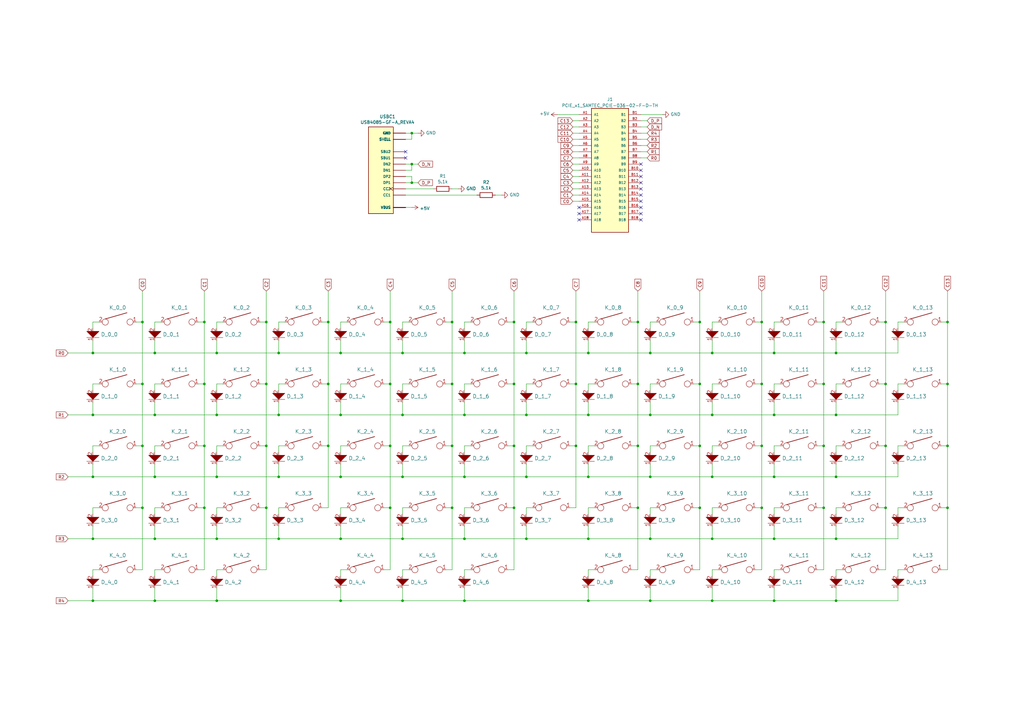
<source format=kicad_sch>
(kicad_sch (version 20211123) (generator eeschema)
  (paper "A3")
  (title_block (title "Uniform Keyboard"))
  (junction (at 190.5 195.58))
  (junction (at 139.7 246.38))
  (junction (at 215.9 144.78))
  (junction (at 114.3 170.18))
  (junction (at 38.1 246.38))
  (junction (at 342.9 170.18))
  (junction (at 63.5 220.98))
  (junction (at 190.5 144.78))
  (junction (at 292.1 170.18))
  (junction (at 363.22 182.88))
  (junction (at 266.7 220.98))
  (junction (at 139.7 220.98))
  (junction (at 210.82 208.28))
  (junction (at 215.9 195.58))
  (junction (at 134.62 182.88))
  (junction (at 287.02 208.28))
  (junction (at 83.82 208.28))
  (junction (at 190.5 246.38))
  (junction (at 185.42 208.28))
  (junction (at 114.3 144.78))
  (junction (at 88.9 195.58))
  (junction (at 363.22 157.48))
  (junction (at 139.7 195.58))
  (junction (at 58.42 132.08))
  (junction (at 63.5 144.78))
  (junction (at 342.9 195.58))
  (junction (at 38.1 144.78))
  (junction (at 63.5 246.38))
  (junction (at 215.9 170.18))
  (junction (at 317.5 246.38))
  (junction (at 190.5 220.98))
  (junction (at 63.5 195.58))
  (junction (at 342.9 144.78))
  (junction (at 312.42 182.88))
  (junction (at 317.5 195.58))
  (junction (at 190.5 170.18))
  (junction (at 292.1 246.38))
  (junction (at 160.02 182.88))
  (junction (at 134.62 157.48))
  (junction (at 160.02 208.28))
  (junction (at 312.42 157.48))
  (junction (at 363.22 132.08))
  (junction (at 261.62 182.88))
  (junction (at 342.9 220.98))
  (junction (at 261.62 208.28))
  (junction (at 210.82 132.08))
  (junction (at 266.7 195.58))
  (junction (at 317.5 170.18))
  (junction (at 38.1 170.18))
  (junction (at 241.3 144.78))
  (junction (at 342.9 246.38))
  (junction (at 388.62 157.48))
  (junction (at 38.1 195.58))
  (junction (at 114.3 195.58))
  (junction (at 168.91 67.31))
  (junction (at 287.02 157.48))
  (junction (at 165.1 144.78))
  (junction (at 317.5 220.98))
  (junction (at 109.22 132.08))
  (junction (at 292.1 220.98))
  (junction (at 83.82 182.88))
  (junction (at 266.7 144.78))
  (junction (at 160.02 132.08))
  (junction (at 185.42 182.88))
  (junction (at 58.42 157.48))
  (junction (at 261.62 132.08))
  (junction (at 287.02 182.88))
  (junction (at 388.62 132.08))
  (junction (at 236.22 157.48))
  (junction (at 58.42 208.28))
  (junction (at 165.1 195.58))
  (junction (at 168.91 74.93))
  (junction (at 241.3 246.38))
  (junction (at 337.82 157.48))
  (junction (at 160.02 157.48))
  (junction (at 292.1 144.78))
  (junction (at 337.82 132.08))
  (junction (at 63.5 170.18))
  (junction (at 109.22 208.28))
  (junction (at 215.9 220.98))
  (junction (at 388.62 208.28))
  (junction (at 88.9 246.38))
  (junction (at 337.82 182.88))
  (junction (at 88.9 220.98))
  (junction (at 58.42 182.88))
  (junction (at 114.3 220.98))
  (junction (at 337.82 208.28))
  (junction (at 292.1 195.58))
  (junction (at 363.22 208.28))
  (junction (at 168.91 54.61))
  (junction (at 83.82 132.08))
  (junction (at 236.22 182.88))
  (junction (at 241.3 170.18))
  (junction (at 261.62 157.48))
  (junction (at 241.3 220.98))
  (junction (at 165.1 246.38))
  (junction (at 210.82 157.48))
  (junction (at 109.22 157.48))
  (junction (at 266.7 170.18))
  (junction (at 312.42 208.28))
  (junction (at 317.5 144.78))
  (junction (at 165.1 170.18))
  (junction (at 236.22 132.08))
  (junction (at 165.1 220.98))
  (junction (at 241.3 195.58))
  (junction (at 266.7 246.38))
  (junction (at 185.42 132.08))
  (junction (at 139.7 170.18))
  (junction (at 134.62 132.08))
  (junction (at 83.82 157.48))
  (junction (at 38.1 220.98))
  (junction (at 88.9 170.18))
  (junction (at 287.02 132.08))
  (junction (at 185.42 157.48))
  (junction (at 210.82 182.88))
  (junction (at 139.7 144.78))
  (junction (at 88.9 144.78))
  (junction (at 312.42 132.08))
  (junction (at 109.22 182.88))
  (junction (at 388.62 182.88))
  (no_connect (at 262.89 90.17))
  (no_connect (at 262.89 87.63))
  (no_connect (at 262.89 67.31))
  (no_connect (at 262.89 82.55))
  (no_connect (at 166.37 62.23))
  (no_connect (at 262.89 77.47))
  (no_connect (at 262.89 80.01))
  (no_connect (at 262.89 72.39))
  (no_connect (at 166.37 64.77))
  (no_connect (at 262.89 69.85))
  (no_connect (at 237.49 87.63))
  (no_connect (at 262.89 74.93))
  (no_connect (at 262.89 85.09))
  (no_connect (at 237.49 85.09))
  (no_connect (at 237.49 90.17))
  (wire (pts (xy 234.95 72.39) (xy 237.49 72.39)))
  (wire (pts (xy 309.88 132.08) (xy 312.42 132.08)))
  (wire (pts (xy 38.1 233.68) (xy 38.1 236.22)))
  (wire (pts (xy 38.1 170.18) (xy 63.5 170.18)))
  (wire (pts (xy 210.82 132.08) (xy 210.82 157.48)))
  (wire (pts (xy 58.42 132.08) (xy 58.42 119.38)))
  (wire (pts (xy 234.95 82.55) (xy 237.49 82.55)))
  (wire (pts (xy 88.9 170.18) (xy 88.9 165.1)))
  (wire (pts (xy 262.89 59.69) (xy 265.43 59.69)))
  (wire (pts (xy 139.7 132.08) (xy 139.7 134.62)))
  (wire (pts (xy 83.82 132.08) (xy 81.28 132.08)))
  (wire (pts (xy 55.88 132.08) (xy 58.42 132.08)))
  (wire (pts (xy 388.62 233.68) (xy 388.62 208.28)))
  (wire (pts (xy 109.22 233.68) (xy 106.68 233.68)))
  (wire (pts (xy 236.22 208.28) (xy 236.22 182.88)))
  (wire (pts (xy 166.37 54.61) (xy 168.91 54.61)))
  (wire (pts (xy 139.7 144.78) (xy 139.7 139.7)))
  (wire (pts (xy 185.42 132.08) (xy 185.42 157.48)))
  (wire (pts (xy 58.42 208.28) (xy 58.42 233.68)))
  (wire (pts (xy 114.3 195.58) (xy 139.7 195.58)))
  (wire (pts (xy 317.5 208.28) (xy 317.5 210.82)))
  (wire (pts (xy 287.02 182.88) (xy 284.48 182.88)))
  (wire (pts (xy 215.9 220.98) (xy 241.3 220.98)))
  (wire (pts (xy 142.24 233.68) (xy 139.7 233.68)))
  (wire (pts (xy 317.5 170.18) (xy 317.5 165.1)))
  (wire (pts (xy 40.64 182.88) (xy 38.1 182.88)))
  (wire (pts (xy 266.7 132.08) (xy 266.7 134.62)))
  (wire (pts (xy 83.82 233.68) (xy 83.82 208.28)))
  (wire (pts (xy 292.1 170.18) (xy 317.5 170.18)))
  (wire (pts (xy 337.82 157.48) (xy 335.28 157.48)))
  (wire (pts (xy 363.22 182.88) (xy 363.22 208.28)))
  (wire (pts (xy 233.68 208.28) (xy 236.22 208.28)))
  (wire (pts (xy 134.62 132.08) (xy 134.62 119.38)))
  (wire (pts (xy 337.82 119.38) (xy 337.82 132.08)))
  (wire (pts (xy 83.82 182.88) (xy 81.28 182.88)))
  (wire (pts (xy 262.89 52.07) (xy 265.43 52.07)))
  (wire (pts (xy 261.62 132.08) (xy 261.62 157.48)))
  (wire (pts (xy 317.5 233.68) (xy 317.5 236.22)))
  (wire (pts (xy 38.1 246.38) (xy 63.5 246.38)))
  (wire (pts (xy 116.84 157.48) (xy 114.3 157.48)))
  (wire (pts (xy 388.62 182.88) (xy 388.62 157.48)))
  (wire (pts (xy 63.5 132.08) (xy 63.5 134.62)))
  (wire (pts (xy 269.24 182.88) (xy 266.7 182.88)))
  (wire (pts (xy 262.89 49.53) (xy 265.43 49.53)))
  (wire (pts (xy 312.42 132.08) (xy 312.42 157.48)))
  (wire (pts (xy 342.9 246.38) (xy 342.9 241.3)))
  (wire (pts (xy 317.5 144.78) (xy 342.9 144.78)))
  (wire (pts (xy 262.89 64.77) (xy 265.43 64.77)))
  (wire (pts (xy 166.37 85.09) (xy 168.91 85.09)))
  (wire (pts (xy 193.04 208.28) (xy 190.5 208.28)))
  (wire (pts (xy 166.37 77.47) (xy 177.8 77.47)))
  (wire (pts (xy 320.04 233.68) (xy 317.5 233.68)))
  (wire (pts (xy 234.95 74.93) (xy 237.49 74.93)))
  (wire (pts (xy 312.42 208.28) (xy 312.42 233.68)))
  (wire (pts (xy 317.5 195.58) (xy 317.5 190.5)))
  (wire (pts (xy 134.62 157.48) (xy 134.62 182.88)))
  (wire (pts (xy 259.08 132.08) (xy 261.62 132.08)))
  (wire (pts (xy 210.82 119.38) (xy 210.82 132.08)))
  (wire (pts (xy 215.9 144.78) (xy 241.3 144.78)))
  (wire (pts (xy 88.9 246.38) (xy 139.7 246.38)))
  (wire (pts (xy 215.9 195.58) (xy 241.3 195.58)))
  (wire (pts (xy 342.9 233.68) (xy 342.9 236.22)))
  (wire (pts (xy 88.9 144.78) (xy 114.3 144.78)))
  (wire (pts (xy 234.95 67.31) (xy 237.49 67.31)))
  (wire (pts (xy 142.24 208.28) (xy 139.7 208.28)))
  (wire (pts (xy 165.1 220.98) (xy 165.1 215.9)))
  (wire (pts (xy 368.3 132.08) (xy 368.3 134.62)))
  (wire (pts (xy 337.82 132.08) (xy 335.28 132.08)))
  (wire (pts (xy 116.84 208.28) (xy 114.3 208.28)))
  (wire (pts (xy 236.22 182.88) (xy 233.68 182.88)))
  (wire (pts (xy 109.22 132.08) (xy 109.22 119.38)))
  (wire (pts (xy 312.42 157.48) (xy 309.88 157.48)))
  (wire (pts (xy 241.3 132.08) (xy 241.3 134.62)))
  (wire (pts (xy 287.02 132.08) (xy 284.48 132.08)))
  (wire (pts (xy 234.95 77.47) (xy 237.49 77.47)))
  (wire (pts (xy 38.1 190.5) (xy 38.1 195.58)))
  (wire (pts (xy 312.42 182.88) (xy 312.42 208.28)))
  (wire (pts (xy 193.04 182.88) (xy 190.5 182.88)))
  (wire (pts (xy 63.5 246.38) (xy 63.5 241.3)))
  (wire (pts (xy 66.04 157.48) (xy 63.5 157.48)))
  (wire (pts (xy 66.04 132.08) (xy 63.5 132.08)))
  (wire (pts (xy 388.62 157.48) (xy 386.08 157.48)))
  (wire (pts (xy 261.62 182.88) (xy 259.08 182.88)))
  (wire (pts (xy 269.24 157.48) (xy 266.7 157.48)))
  (wire (pts (xy 190.5 220.98) (xy 215.9 220.98)))
  (wire (pts (xy 241.3 246.38) (xy 266.7 246.38)))
  (wire (pts (xy 262.89 62.23) (xy 265.43 62.23)))
  (wire (pts (xy 292.1 246.38) (xy 317.5 246.38)))
  (wire (pts (xy 234.95 49.53) (xy 237.49 49.53)))
  (wire (pts (xy 234.95 59.69) (xy 237.49 59.69)))
  (wire (pts (xy 116.84 182.88) (xy 114.3 182.88)))
  (wire (pts (xy 363.22 119.38) (xy 363.22 132.08)))
  (wire (pts (xy 134.62 182.88) (xy 134.62 208.28)))
  (wire (pts (xy 342.9 182.88) (xy 342.9 185.42)))
  (wire (pts (xy 40.64 233.68) (xy 38.1 233.68)))
  (wire (pts (xy 114.3 170.18) (xy 114.3 165.1)))
  (wire (pts (xy 165.1 220.98) (xy 190.5 220.98)))
  (wire (pts (xy 218.44 208.28) (xy 215.9 208.28)))
  (wire (pts (xy 241.3 246.38) (xy 241.3 241.3)))
  (wire (pts (xy 342.9 157.48) (xy 342.9 160.02)))
  (wire (pts (xy 139.7 195.58) (xy 139.7 190.5)))
  (wire (pts (xy 210.82 157.48) (xy 210.82 182.88)))
  (wire (pts (xy 261.62 233.68) (xy 259.08 233.68)))
  (wire (pts (xy 203.2 80.01) (xy 205.74 80.01)))
  (wire (pts (xy 139.7 144.78) (xy 165.1 144.78)))
  (wire (pts (xy 210.82 208.28) (xy 208.28 208.28)))
  (wire (pts (xy 139.7 220.98) (xy 139.7 215.9)))
  (wire (pts (xy 40.64 157.48) (xy 38.1 157.48)))
  (wire (pts (xy 114.3 170.18) (xy 139.7 170.18)))
  (wire (pts (xy 185.42 157.48) (xy 185.42 182.88)))
  (wire (pts (xy 166.37 67.31) (xy 168.91 67.31)))
  (wire (pts (xy 243.84 157.48) (xy 241.3 157.48)))
  (wire (pts (xy 386.08 233.68) (xy 388.62 233.68)))
  (wire (pts (xy 157.48 233.68) (xy 160.02 233.68)))
  (wire (pts (xy 139.7 157.48) (xy 139.7 160.02)))
  (wire (pts (xy 190.5 220.98) (xy 190.5 215.9)))
  (wire (pts (xy 368.3 208.28) (xy 368.3 210.82)))
  (wire (pts (xy 337.82 208.28) (xy 335.28 208.28)))
  (wire (pts (xy 91.44 182.88) (xy 88.9 182.88)))
  (wire (pts (xy 292.1 144.78) (xy 317.5 144.78)))
  (wire (pts (xy 190.5 182.88) (xy 190.5 185.42)))
  (wire (pts (xy 236.22 132.08) (xy 233.68 132.08)))
  (wire (pts (xy 38.1 241.3) (xy 38.1 246.38)))
  (wire (pts (xy 165.1 182.88) (xy 165.1 185.42)))
  (wire (pts (xy 215.9 220.98) (xy 215.9 215.9)))
  (wire (pts (xy 63.5 233.68) (xy 63.5 236.22)))
  (wire (pts (xy 185.42 208.28) (xy 185.42 233.68)))
  (wire (pts (xy 294.64 233.68) (xy 292.1 233.68)))
  (wire (pts (xy 134.62 182.88) (xy 132.08 182.88)))
  (wire (pts (xy 168.91 72.39) (xy 168.91 74.93)))
  (wire (pts (xy 190.5 144.78) (xy 215.9 144.78)))
  (wire (pts (xy 168.91 69.85) (xy 168.91 67.31)))
  (wire (pts (xy 320.04 157.48) (xy 317.5 157.48)))
  (wire (pts (xy 142.24 182.88) (xy 139.7 182.88)))
  (wire (pts (xy 370.84 132.08) (xy 368.3 132.08)))
  (wire (pts (xy 63.5 157.48) (xy 63.5 160.02)))
  (wire (pts (xy 266.7 220.98) (xy 292.1 220.98)))
  (wire (pts (xy 388.62 119.38) (xy 388.62 132.08)))
  (wire (pts (xy 88.9 246.38) (xy 88.9 241.3)))
  (wire (pts (xy 317.5 170.18) (xy 342.9 170.18)))
  (wire (pts (xy 210.82 208.28) (xy 210.82 233.68)))
  (wire (pts (xy 166.37 69.85) (xy 168.91 69.85)))
  (wire (pts (xy 218.44 132.08) (xy 215.9 132.08)))
  (wire (pts (xy 317.5 182.88) (xy 317.5 185.42)))
  (wire (pts (xy 83.82 132.08) (xy 83.82 119.38)))
  (wire (pts (xy 139.7 182.88) (xy 139.7 185.42)))
  (wire (pts (xy 266.7 246.38) (xy 292.1 246.38)))
  (wire (pts (xy 139.7 208.28) (xy 139.7 210.82)))
  (wire (pts (xy 109.22 182.88) (xy 109.22 208.28)))
  (wire (pts (xy 342.9 220.98) (xy 368.3 220.98)))
  (wire (pts (xy 38.1 139.7) (xy 38.1 144.78)))
  (wire (pts (xy 165.1 170.18) (xy 165.1 165.1)))
  (wire (pts (xy 342.9 220.98) (xy 342.9 215.9)))
  (wire (pts (xy 185.42 233.68) (xy 182.88 233.68)))
  (wire (pts (xy 88.9 144.78) (xy 88.9 139.7)))
  (wire (pts (xy 185.42 157.48) (xy 182.88 157.48)))
  (wire (pts (xy 370.84 157.48) (xy 368.3 157.48)))
  (wire (pts (xy 160.02 182.88) (xy 157.48 182.88)))
  (wire (pts (xy 236.22 157.48) (xy 233.68 157.48)))
  (wire (pts (xy 63.5 195.58) (xy 63.5 190.5)))
  (wire (pts (xy 215.9 170.18) (xy 241.3 170.18)))
  (wire (pts (xy 116.84 132.08) (xy 114.3 132.08)))
  (wire (pts (xy 312.42 208.28) (xy 309.88 208.28)))
  (wire (pts (xy 160.02 157.48) (xy 160.02 132.08)))
  (wire (pts (xy 66.04 233.68) (xy 63.5 233.68)))
  (wire (pts (xy 345.44 208.28) (xy 342.9 208.28)))
  (wire (pts (xy 345.44 182.88) (xy 342.9 182.88)))
  (wire (pts (xy 320.04 208.28) (xy 317.5 208.28)))
  (wire (pts (xy 139.7 220.98) (xy 165.1 220.98)))
  (wire (pts (xy 132.08 132.08) (xy 134.62 132.08)))
  (wire (pts (xy 312.42 233.68) (xy 309.88 233.68)))
  (wire (pts (xy 368.3 233.68) (xy 368.3 236.22)))
  (wire (pts (xy 165.1 233.68) (xy 165.1 236.22)))
  (wire (pts (xy 345.44 157.48) (xy 342.9 157.48)))
  (wire (pts (xy 38.1 195.58) (xy 27.94 195.58)))
  (wire (pts (xy 190.5 170.18) (xy 215.9 170.18)))
  (wire (pts (xy 38.1 220.98) (xy 27.94 220.98)))
  (wire (pts (xy 114.3 157.48) (xy 114.3 160.02)))
  (wire (pts (xy 40.64 132.08) (xy 38.1 132.08)))
  (wire (pts (xy 38.1 246.38) (xy 27.94 246.38)))
  (wire (pts (xy 38.1 208.28) (xy 38.1 210.82)))
  (wire (pts (xy 262.89 46.99) (xy 271.78 46.99)))
  (wire (pts (xy 368.3 182.88) (xy 368.3 185.42)))
  (wire (pts (xy 168.91 67.31) (xy 171.45 67.31)))
  (wire (pts (xy 368.3 170.18) (xy 368.3 165.1)))
  (wire (pts (xy 370.84 208.28) (xy 368.3 208.28)))
  (wire (pts (xy 337.82 182.88) (xy 335.28 182.88)))
  (wire (pts (xy 167.64 157.48) (xy 165.1 157.48)))
  (wire (pts (xy 243.84 233.68) (xy 241.3 233.68)))
  (wire (pts (xy 63.5 170.18) (xy 63.5 165.1)))
  (wire (pts (xy 215.9 132.08) (xy 215.9 134.62)))
  (wire (pts (xy 317.5 144.78) (xy 317.5 139.7)))
  (wire (pts (xy 342.9 195.58) (xy 342.9 190.5)))
  (wire (pts (xy 363.22 157.48) (xy 360.68 157.48)))
  (wire (pts (xy 109.22 182.88) (xy 106.68 182.88)))
  (wire (pts (xy 165.1 170.18) (xy 190.5 170.18)))
  (wire (pts (xy 241.3 182.88) (xy 241.3 185.42)))
  (wire (pts (xy 269.24 132.08) (xy 266.7 132.08)))
  (wire (pts (xy 368.3 144.78) (xy 368.3 139.7)))
  (wire (pts (xy 287.02 208.28) (xy 287.02 182.88)))
  (wire (pts (xy 38.1 144.78) (xy 27.94 144.78)))
  (wire (pts (xy 292.1 170.18) (xy 292.1 165.1)))
  (wire (pts (xy 38.1 195.58) (xy 63.5 195.58)))
  (wire (pts (xy 165.1 144.78) (xy 190.5 144.78)))
  (wire (pts (xy 88.9 170.18) (xy 114.3 170.18)))
  (wire (pts (xy 312.42 119.38) (xy 312.42 132.08)))
  (wire (pts (xy 40.64 208.28) (xy 38.1 208.28)))
  (wire (pts (xy 168.91 57.15) (xy 168.91 54.61)))
  (wire (pts (xy 261.62 119.38) (xy 261.62 132.08)))
  (wire (pts (xy 241.3 170.18) (xy 241.3 165.1)))
  (wire (pts (xy 287.02 182.88) (xy 287.02 157.48)))
  (wire (pts (xy 63.5 220.98) (xy 88.9 220.98)))
  (wire (pts (xy 215.9 144.78) (xy 215.9 139.7)))
  (wire (pts (xy 88.9 195.58) (xy 88.9 190.5)))
  (wire (pts (xy 190.5 208.28) (xy 190.5 210.82)))
  (wire (pts (xy 261.62 157.48) (xy 261.62 182.88)))
  (wire (pts (xy 294.64 132.08) (xy 292.1 132.08)))
  (wire (pts (xy 168.91 74.93) (xy 171.45 74.93)))
  (wire (pts (xy 38.1 157.48) (xy 38.1 160.02)))
  (wire (pts (xy 363.22 233.68) (xy 360.68 233.68)))
  (wire (pts (xy 241.3 220.98) (xy 266.7 220.98)))
  (wire (pts (xy 210.82 182.88) (xy 208.28 182.88)))
  (wire (pts (xy 160.02 132.08) (xy 160.02 119.38)))
  (wire (pts (xy 337.82 182.88) (xy 337.82 157.48)))
  (wire (pts (xy 388.62 208.28) (xy 388.62 182.88)))
  (wire (pts (xy 38.1 170.18) (xy 27.94 170.18)))
  (wire (pts (xy 261.62 157.48) (xy 259.08 157.48)))
  (wire (pts (xy 312.42 157.48) (xy 312.42 182.88)))
  (wire (pts (xy 388.62 208.28) (xy 386.08 208.28)))
  (wire (pts (xy 38.1 132.08) (xy 38.1 134.62)))
  (wire (pts (xy 294.64 208.28) (xy 292.1 208.28)))
  (wire (pts (xy 317.5 246.38) (xy 342.9 246.38)))
  (wire (pts (xy 363.22 182.88) (xy 360.68 182.88)))
  (wire (pts (xy 234.95 57.15) (xy 237.49 57.15)))
  (wire (pts (xy 342.9 208.28) (xy 342.9 210.82)))
  (wire (pts (xy 269.24 233.68) (xy 266.7 233.68)))
  (wire (pts (xy 66.04 208.28) (xy 63.5 208.28)))
  (wire (pts (xy 342.9 195.58) (xy 368.3 195.58)))
  (wire (pts (xy 139.7 170.18) (xy 165.1 170.18)))
  (wire (pts (xy 134.62 157.48) (xy 132.08 157.48)))
  (wire (pts (xy 234.95 64.77) (xy 237.49 64.77)))
  (wire (pts (xy 134.62 132.08) (xy 134.62 157.48)))
  (wire (pts (xy 287.02 233.68) (xy 287.02 208.28)))
  (wire (pts (xy 388.62 132.08) (xy 386.08 132.08)))
  (wire (pts (xy 342.9 246.38) (xy 368.3 246.38)))
  (wire (pts (xy 165.1 195.58) (xy 165.1 190.5)))
  (wire (pts (xy 243.84 132.08) (xy 241.3 132.08)))
  (wire (pts (xy 58.42 182.88) (xy 58.42 208.28)))
  (wire (pts (xy 91.44 157.48) (xy 88.9 157.48)))
  (wire (pts (xy 88.9 208.28) (xy 88.9 210.82)))
  (wire (pts (xy 292.1 157.48) (xy 292.1 160.02)))
  (wire (pts (xy 114.3 144.78) (xy 114.3 139.7)))
  (wire (pts (xy 139.7 195.58) (xy 165.1 195.58)))
  (wire (pts (xy 165.1 246.38) (xy 165.1 241.3)))
  (wire (pts (xy 160.02 233.68) (xy 160.02 208.28)))
  (wire (pts (xy 241.3 144.78) (xy 266.7 144.78)))
  (wire (pts (xy 241.3 195.58) (xy 266.7 195.58)))
  (wire (pts (xy 114.3 208.28) (xy 114.3 210.82)))
  (wire (pts (xy 83.82 208.28) (xy 81.28 208.28)))
  (wire (pts (xy 234.95 52.07) (xy 237.49 52.07)))
  (wire (pts (xy 58.42 233.68) (xy 55.88 233.68)))
  (wire (pts (xy 166.37 74.93) (xy 168.91 74.93)))
  (wire (pts (xy 234.95 54.61) (xy 237.49 54.61)))
  (wire (pts (xy 388.62 157.48) (xy 388.62 132.08)))
  (wire (pts (xy 190.5 233.68) (xy 190.5 236.22)))
  (wire (pts (xy 190.5 195.58) (xy 190.5 190.5)))
  (wire (pts (xy 190.5 132.08) (xy 190.5 134.62)))
  (wire (pts (xy 63.5 220.98) (xy 63.5 215.9)))
  (wire (pts (xy 342.9 132.08) (xy 342.9 134.62)))
  (wire (pts (xy 266.7 170.18) (xy 266.7 165.1)))
  (wire (pts (xy 114.3 182.88) (xy 114.3 185.42)))
  (wire (pts (xy 241.3 233.68) (xy 241.3 236.22)))
  (wire (pts (xy 142.24 157.48) (xy 139.7 157.48)))
  (wire (pts (xy 317.5 132.08) (xy 317.5 134.62)))
  (wire (pts (xy 185.42 119.38) (xy 185.42 132.08)))
  (wire (pts (xy 215.9 208.28) (xy 215.9 210.82)))
  (wire (pts (xy 342.9 144.78) (xy 368.3 144.78)))
  (wire (pts (xy 342.9 170.18) (xy 342.9 165.1)))
  (wire (pts (xy 58.42 157.48) (xy 55.88 157.48)))
  (wire (pts (xy 88.9 132.08) (xy 88.9 134.62)))
  (wire (pts (xy 190.5 246.38) (xy 241.3 246.38)))
  (wire (pts (xy 234.95 62.23) (xy 237.49 62.23)))
  (wire (pts (xy 368.3 246.38) (xy 368.3 241.3)))
  (wire (pts (xy 83.82 182.88) (xy 83.82 157.48)))
  (wire (pts (xy 243.84 208.28) (xy 241.3 208.28)))
  (wire (pts (xy 269.24 208.28) (xy 266.7 208.28)))
  (wire (pts (xy 317.5 246.38) (xy 317.5 241.3)))
  (wire (pts (xy 266.7 182.88) (xy 266.7 185.42)))
  (wire (pts (xy 388.62 182.88) (xy 386.08 182.88)))
  (wire (pts (xy 63.5 208.28) (xy 63.5 210.82)))
  (wire (pts (xy 215.9 170.18) (xy 215.9 165.1)))
  (wire (pts (xy 218.44 182.88) (xy 215.9 182.88)))
  (wire (pts (xy 241.3 170.18) (xy 266.7 170.18)))
  (wire (pts (xy 88.9 157.48) (xy 88.9 160.02)))
  (wire (pts (xy 168.91 54.61) (xy 171.45 54.61)))
  (wire (pts (xy 193.04 132.08) (xy 190.5 132.08)))
  (wire (pts (xy 165.1 195.58) (xy 190.5 195.58)))
  (wire (pts (xy 38.1 165.1) (xy 38.1 170.18)))
  (wire (pts (xy 317.5 220.98) (xy 317.5 215.9)))
  (wire (pts (xy 193.04 157.48) (xy 190.5 157.48)))
  (wire (pts (xy 167.64 132.08) (xy 165.1 132.08)))
  (wire (pts (xy 236.22 119.38) (xy 236.22 132.08)))
  (wire (pts (xy 261.62 208.28) (xy 261.62 233.68)))
  (wire (pts (xy 109.22 157.48) (xy 109.22 182.88)))
  (wire (pts (xy 139.7 170.18) (xy 139.7 165.1)))
  (wire (pts (xy 210.82 233.68) (xy 208.28 233.68)))
  (wire (pts (xy 363.22 132.08) (xy 363.22 157.48)))
  (wire (pts (xy 287.02 208.28) (xy 284.48 208.28)))
  (wire (pts (xy 109.22 132.08) (xy 109.22 157.48)))
  (wire (pts (xy 58.42 132.08) (xy 58.42 157.48)))
  (wire (pts (xy 284.48 233.68) (xy 287.02 233.68)))
  (wire (pts (xy 368.3 220.98) (xy 368.3 215.9)))
  (wire (pts (xy 185.42 182.88) (xy 182.88 182.88)))
  (wire (pts (xy 165.1 246.38) (xy 190.5 246.38)))
  (wire (pts (xy 241.3 208.28) (xy 241.3 210.82)))
  (wire (pts (xy 106.68 132.08) (xy 109.22 132.08)))
  (wire (pts (xy 292.1 233.68) (xy 292.1 236.22)))
  (wire (pts (xy 160.02 132.08) (xy 157.48 132.08)))
  (wire (pts (xy 139.7 246.38) (xy 139.7 241.3)))
  (wire (pts (xy 266.7 195.58) (xy 292.1 195.58)))
  (wire (pts (xy 312.42 182.88) (xy 309.88 182.88)))
  (wire (pts (xy 266.7 170.18) (xy 292.1 170.18)))
  (wire (pts (xy 185.42 182.88) (xy 185.42 208.28)))
  (wire (pts (xy 236.22 157.48) (xy 236.22 132.08)))
  (wire (pts (xy 241.3 144.78) (xy 241.3 139.7)))
  (wire (pts (xy 241.3 157.48) (xy 241.3 160.02)))
  (wire (pts (xy 320.04 182.88) (xy 317.5 182.88)))
  (wire (pts (xy 58.42 157.48) (xy 58.42 182.88)))
  (wire (pts (xy 294.64 182.88) (xy 292.1 182.88)))
  (wire (pts (xy 208.28 132.08) (xy 210.82 132.08)))
  (wire (pts (xy 363.22 157.48) (xy 363.22 182.88)))
  (wire (pts (xy 266.7 144.78) (xy 266.7 139.7)))
  (wire (pts (xy 292.1 195.58) (xy 292.1 190.5)))
  (wire (pts (xy 266.7 220.98) (xy 266.7 215.9)))
  (wire (pts (xy 114.3 132.08) (xy 114.3 134.62)))
  (wire (pts (xy 210.82 157.48) (xy 208.28 157.48)))
  (wire (pts (xy 58.42 182.88) (xy 55.88 182.88)))
  (wire (pts (xy 63.5 195.58) (xy 88.9 195.58)))
  (wire (pts (xy 292.1 195.58) (xy 317.5 195.58)))
  (wire (pts (xy 287.02 157.48) (xy 284.48 157.48)))
  (wire (pts (xy 38.1 182.88) (xy 38.1 185.42)))
  (wire (pts (xy 190.5 246.38) (xy 190.5 241.3)))
  (wire (pts (xy 83.82 157.48) (xy 83.82 132.08)))
  (wire (pts (xy 114.3 195.58) (xy 114.3 190.5)))
  (wire (pts (xy 368.3 157.48) (xy 368.3 160.02)))
  (wire (pts (xy 292.1 220.98) (xy 292.1 215.9)))
  (wire (pts (xy 142.24 132.08) (xy 139.7 132.08)))
  (wire (pts (xy 345.44 233.68) (xy 342.9 233.68)))
  (wire (pts (xy 66.04 182.88) (xy 63.5 182.88)))
  (wire (pts (xy 337.82 208.28) (xy 337.82 182.88)))
  (wire (pts (xy 166.37 80.01) (xy 195.58 80.01)))
  (wire (pts (xy 317.5 220.98) (xy 342.9 220.98)))
  (wire (pts (xy 292.1 208.28) (xy 292.1 210.82)))
  (wire (pts (xy 292.1 220.98) (xy 317.5 220.98)))
  (wire (pts (xy 266.7 195.58) (xy 266.7 190.5)))
  (wire (pts (xy 185.42 77.47) (xy 187.96 77.47)))
  (wire (pts (xy 215.9 157.48) (xy 215.9 160.02)))
  (wire (pts (xy 261.62 208.28) (xy 259.08 208.28)))
  (wire (pts (xy 262.89 57.15) (xy 265.43 57.15)))
  (wire (pts (xy 261.62 182.88) (xy 261.62 208.28)))
  (wire (pts (xy 210.82 182.88) (xy 210.82 208.28)))
  (wire (pts (xy 241.3 195.58) (xy 241.3 190.5)))
  (wire (pts (xy 241.3 220.98) (xy 241.3 215.9)))
  (wire (pts (xy 63.5 246.38) (xy 88.9 246.38)))
  (wire (pts (xy 218.44 157.48) (xy 215.9 157.48)))
  (wire (pts (xy 109.22 157.48) (xy 106.68 157.48)))
  (wire (pts (xy 91.44 208.28) (xy 88.9 208.28)))
  (wire (pts (xy 292.1 144.78) (xy 292.1 139.7)))
  (wire (pts (xy 287.02 157.48) (xy 287.02 132.08)))
  (wire (pts (xy 370.84 182.88) (xy 368.3 182.88)))
  (wire (pts (xy 38.1 220.98) (xy 63.5 220.98)))
  (wire (pts (xy 134.62 208.28) (xy 132.08 208.28)))
  (wire (pts (xy 63.5 144.78) (xy 88.9 144.78)))
  (wire (pts (xy 266.7 233.68) (xy 266.7 236.22)))
  (wire (pts (xy 228.6 46.99) (xy 237.49 46.99)))
  (wire (pts (xy 160.02 208.28) (xy 157.48 208.28)))
  (wire (pts (xy 363.22 208.28) (xy 363.22 233.68)))
  (wire (pts (xy 294.64 157.48) (xy 292.1 157.48)))
  (wire (pts (xy 185.42 208.28) (xy 182.88 208.28)))
  (wire (pts (xy 83.82 208.28) (xy 83.82 182.88)))
  (wire (pts (xy 370.84 233.68) (xy 368.3 233.68)))
  (wire (pts (xy 317.5 195.58) (xy 342.9 195.58)))
  (wire (pts (xy 165.1 208.28) (xy 165.1 210.82)))
  (wire (pts (xy 368.3 195.58) (xy 368.3 190.5)))
  (wire (pts (xy 190.5 195.58) (xy 215.9 195.58)))
  (wire (pts (xy 38.1 144.78) (xy 63.5 144.78)))
  (wire (pts (xy 234.95 80.01) (xy 237.49 80.01)))
  (wire (pts (xy 342.9 170.18) (xy 368.3 170.18)))
  (wire (pts (xy 363.22 208.28) (xy 360.68 208.28)))
  (wire (pts (xy 63.5 182.88) (xy 63.5 185.42)))
  (wire (pts (xy 81.28 233.68) (xy 83.82 233.68)))
  (wire (pts (xy 91.44 132.08) (xy 88.9 132.08)))
  (wire (pts (xy 234.95 69.85) (xy 237.49 69.85)))
  (wire (pts (xy 320.04 132.08) (xy 317.5 132.08)))
  (wire (pts (xy 292.1 246.38) (xy 292.1 241.3)))
  (wire (pts (xy 167.64 208.28) (xy 165.1 208.28)))
  (wire (pts (xy 109.22 208.28) (xy 109.22 233.68)))
  (wire (pts (xy 63.5 170.18) (xy 88.9 170.18)))
  (wire (pts (xy 262.89 54.61) (xy 265.43 54.61)))
  (wire (pts (xy 88.9 233.68) (xy 88.9 236.22)))
  (wire (pts (xy 266.7 157.48) (xy 266.7 160.02)))
  (wire (pts (xy 88.9 182.88) (xy 88.9 185.42)))
  (wire (pts (xy 165.1 132.08) (xy 165.1 134.62)))
  (wire (pts (xy 236.22 182.88) (xy 236.22 157.48)))
  (wire (pts (xy 215.9 182.88) (xy 215.9 185.42)))
  (wire (pts (xy 292.1 182.88) (xy 292.1 185.42)))
  (wire (pts (xy 165.1 144.78) (xy 165.1 139.7)))
  (wire (pts (xy 215.9 195.58) (xy 215.9 190.5)))
  (wire (pts (xy 88.9 195.58) (xy 114.3 195.58)))
  (wire (pts (xy 345.44 132.08) (xy 342.9 132.08)))
  (wire (pts (xy 167.64 182.88) (xy 165.1 182.88)))
  (wire (pts (xy 91.44 233.68) (xy 88.9 233.68)))
  (wire (pts (xy 114.3 144.78) (xy 139.7 144.78)))
  (wire (pts (xy 63.5 144.78) (xy 63.5 139.7)))
  (wire (pts (xy 83.82 157.48) (xy 81.28 157.48)))
  (wire (pts (xy 139.7 233.68) (xy 139.7 236.22)))
  (wire (pts (xy 190.5 157.48) (xy 190.5 160.02)))
  (wire (pts (xy 109.22 208.28) (xy 106.68 208.28)))
  (wire (pts (xy 337.82 233.68) (xy 337.82 208.28)))
  (wire (pts (xy 166.37 57.15) (xy 168.91 57.15)))
  (wire (pts (xy 360.68 132.08) (xy 363.22 132.08)))
  (wire (pts (xy 337.82 157.48) (xy 337.82 132.08)))
  (wire (pts (xy 114.3 220.98) (xy 139.7 220.98)))
  (wire (pts (xy 243.84 182.88) (xy 241.3 182.88)))
  (wire (pts (xy 266.7 144.78) (xy 292.1 144.78)))
  (wire (pts (xy 182.88 132.08) (xy 185.42 132.08)))
  (wire (pts (xy 160.02 208.28) (xy 160.02 182.88)))
  (wire (pts (xy 317.5 157.48) (xy 317.5 160.02)))
  (wire (pts (xy 287.02 119.38) (xy 287.02 132.08)))
  (wire (pts (xy 114.3 220.98) (xy 114.3 215.9)))
  (wire (pts (xy 166.37 72.39) (xy 168.91 72.39)))
  (wire (pts (xy 38.1 215.9) (xy 38.1 220.98)))
  (wire (pts (xy 190.5 144.78) (xy 190.5 139.7)))
  (wire (pts (xy 342.9 144.78) (xy 342.9 139.7)))
  (wire (pts (xy 139.7 246.38) (xy 165.1 246.38)))
  (wire (pts (xy 292.1 132.08) (xy 292.1 134.62)))
  (wire (pts (xy 193.04 233.68) (xy 190.5 233.68)))
  (wire (pts (xy 335.28 233.68) (xy 337.82 233.68)))
  (wire (pts (xy 190.5 170.18) (xy 190.5 165.1)))
  (wire (pts (xy 266.7 246.38) (xy 266.7 241.3)))
  (wire (pts (xy 88.9 220.98) (xy 88.9 215.9)))
  (wire (pts (xy 160.02 157.48) (xy 157.48 157.48)))
  (wire (pts (xy 88.9 220.98) (xy 114.3 220.98)))
  (wire (pts (xy 266.7 208.28) (xy 266.7 210.82)))
  (wire (pts (xy 160.02 182.88) (xy 160.02 157.48)))
  (wire (pts (xy 165.1 157.48) (xy 165.1 160.02)))
  (wire (pts (xy 58.42 208.28) (xy 55.88 208.28)))
  (wire (pts (xy 167.64 233.68) (xy 165.1 233.68)))
  (global_label "C11" (shape input) (at 234.95 54.61 180) (property "Intersheet References" "${INTERSHEET_REFS}" (effects hide)))
  (global_label "C12" (shape input) (at 363.22 119.38 90) (property "Intersheet References" "${INTERSHEET_REFS}" (effects hide)))
  (global_label "C6" (shape input) (at 210.82 119.38 90) (property "Intersheet References" "${INTERSHEET_REFS}" (effects hide)))
  (global_label "D_P" (shape input) (at 171.45 74.93 0) (property "Intersheet References" "${INTERSHEET_REFS}" (effects hide)))
  (global_label "R4" (shape input) (at 265.43 54.61 0) (property "Intersheet References" "${INTERSHEET_REFS}" (effects hide)))
  (global_label "C8" (shape input) (at 234.95 62.23 180) (property "Intersheet References" "${INTERSHEET_REFS}" (effects hide)))
  (global_label "C5" (shape input) (at 234.95 69.85 180) (property "Intersheet References" "${INTERSHEET_REFS}" (effects hide)))
  (global_label "C6" (shape input) (at 234.95 67.31 180) (property "Intersheet References" "${INTERSHEET_REFS}" (effects hide)))
  (global_label "C7" (shape input) (at 236.22 119.38 90) (property "Intersheet References" "${INTERSHEET_REFS}" (effects hide)))
  (global_label "R1" (shape input) (at 265.43 62.23 0) (property "Intersheet References" "${INTERSHEET_REFS}" (effects hide)))
  (global_label "C13" (shape input) (at 388.62 119.38 90) (property "Intersheet References" "${INTERSHEET_REFS}" (effects hide)))
  (global_label "C0" (shape input) (at 58.42 119.38 90) (property "Intersheet References" "${INTERSHEET_REFS}" (effects hide)))
  (global_label "R0" (shape input) (at 27.94 144.78 180) (property "Intersheet References" "${INTERSHEET_REFS}" (effects hide)))
  (global_label "C9" (shape input) (at 287.02 119.38 90) (property "Intersheet References" "${INTERSHEET_REFS}" (effects hide)))
  (global_label "R3" (shape input) (at 265.43 57.15 0) (property "Intersheet References" "${INTERSHEET_REFS}" (effects hide)))
  (global_label "C10" (shape input) (at 312.42 119.38 90) (property "Intersheet References" "${INTERSHEET_REFS}" (effects hide)))
  (global_label "C8" (shape input) (at 261.62 119.38 90) (property "Intersheet References" "${INTERSHEET_REFS}" (effects hide)))
  (global_label "C3" (shape input) (at 134.62 119.38 90) (property "Intersheet References" "${INTERSHEET_REFS}" (effects hide)))
  (global_label "C7" (shape input) (at 234.95 64.77 180) (property "Intersheet References" "${INTERSHEET_REFS}" (effects hide)))
  (global_label "C4" (shape input) (at 160.02 119.38 90) (property "Intersheet References" "${INTERSHEET_REFS}" (effects hide)))
  (global_label "R2" (shape input) (at 27.94 195.58 180) (property "Intersheet References" "${INTERSHEET_REFS}" (effects hide)))
  (global_label "C4" (shape input) (at 234.95 72.39 180) (property "Intersheet References" "${INTERSHEET_REFS}" (effects hide)))
  (global_label "C2" (shape input) (at 109.22 119.38 90) (property "Intersheet References" "${INTERSHEET_REFS}" (effects hide)))
  (global_label "C9" (shape input) (at 234.95 59.69 180) (property "Intersheet References" "${INTERSHEET_REFS}" (effects hide)))
  (global_label "C5" (shape input) (at 185.42 119.38 90) (property "Intersheet References" "${INTERSHEET_REFS}" (effects hide)))
  (global_label "C1" (shape input) (at 83.82 119.38 90) (property "Intersheet References" "${INTERSHEET_REFS}" (effects hide)))
  (global_label "C2" (shape input) (at 234.95 77.47 180) (property "Intersheet References" "${INTERSHEET_REFS}" (effects hide)))
  (global_label "R1" (shape input) (at 27.94 170.18 180) (property "Intersheet References" "${INTERSHEET_REFS}" (effects hide)))
  (global_label "R2" (shape input) (at 265.43 59.69 0) (property "Intersheet References" "${INTERSHEET_REFS}" (effects hide)))
  (global_label "C12" (shape input) (at 234.95 52.07 180) (property "Intersheet References" "${INTERSHEET_REFS}" (effects hide)))
  (global_label "C11" (shape input) (at 337.82 119.38 90) (property "Intersheet References" "${INTERSHEET_REFS}" (effects hide)))
  (global_label "C3" (shape input) (at 234.95 74.93 180) (property "Intersheet References" "${INTERSHEET_REFS}" (effects hide)))
  (global_label "D_N" (shape input) (at 171.45 67.31 0) (property "Intersheet References" "${INTERSHEET_REFS}" (effects hide)))
  (global_label "R4" (shape input) (at 27.94 246.38 180) (property "Intersheet References" "${INTERSHEET_REFS}" (effects hide)))
  (global_label "C10" (shape input) (at 234.95 57.15 180) (property "Intersheet References" "${INTERSHEET_REFS}" (effects hide)))
  (global_label "R3" (shape input) (at 27.94 220.98 180) (property "Intersheet References" "${INTERSHEET_REFS}" (effects hide)))
  (global_label "C13" (shape input) (at 234.95 49.53 180) (property "Intersheet References" "${INTERSHEET_REFS}" (effects hide)))
  (global_label "D_P" (shape input) (at 265.43 49.53 0) (property "Intersheet References" "${INTERSHEET_REFS}" (effects hide)))
  (global_label "C1" (shape input) (at 234.95 80.01 180) (property "Intersheet References" "${INTERSHEET_REFS}" (effects hide)))
  (global_label "C0" (shape input) (at 234.95 82.55 180) (property "Intersheet References" "${INTERSHEET_REFS}" (effects hide)))
  (global_label "D_N" (shape input) (at 265.43 52.07 0) (property "Intersheet References" "${INTERSHEET_REFS}" (effects hide)))
  (global_label "R0" (shape input) (at 265.43 64.77 0) (property "Intersheet References" "${INTERSHEET_REFS}" (effects hide)))
  (symbol (lib_id "keyboard_parts:KEYSW") (at 48.26 132.08 0) (unit 1)
    (property "Reference" "K_0_0" (at 48.26 126.1618 0) (effects (font (size 1.524 1.524))))
    (property "Value" "KEYSW" (effects hide))
    (property "Footprint" "keyswitches:SW_MX" (effects hide))
  )
  (symbol (lib_id "keyboard_parts:KEYSW") (at 73.66 132.08 0) (unit 1)
    (property "Reference" "K_0_1" (at 73.66 126.1618 0) (effects (font (size 1.524 1.524))))
    (property "Value" "KEYSW" (effects hide))
    (property "Footprint" "keyswitches:SW_MX" (effects hide))
  )
  (symbol (lib_id "keyboard_parts:D") (at 63.5 138.43 180) (unit 1)
    (property "Reference" "D_0_1" (at 66.7512 137.16 0) (effects (font (size 1.524 1.524)) (justify right)))
    (property "Value" "D" (effects hide))
    (property "Footprint" "Uniform:Diode_DIOAD829W49L456D191" (effects hide))
  )
  (symbol (lib_id "keyboard_parts:D") (at 38.1 138.43 180) (unit 1)
    (property "Reference" "D_0_0" (at 41.3512 137.16 0) (effects (font (size 1.524 1.524)) (justify right)))
    (property "Value" "D" (effects hide))
    (property "Footprint" "Uniform:Diode_DIOAD829W49L456D191" (effects hide))
  )
  (symbol (lib_id "keyboard_parts:KEYSW") (at 99.06 132.08 0) (unit 1)
    (property "Reference" "K_0_2" (at 99.06 126.1618 0) (effects (font (size 1.524 1.524))))
    (property "Value" "KEYSW" (effects hide))
    (property "Footprint" "keyswitches:SW_MX" (effects hide))
  )
  (symbol (lib_id "keyboard_parts:KEYSW") (at 124.46 132.08 0) (unit 1)
    (property "Reference" "K_0_3" (at 124.46 126.1618 0) (effects (font (size 1.524 1.524))))
    (property "Value" "KEYSW" (effects hide))
    (property "Footprint" "keyswitches:SW_MX" (effects hide))
  )
  (symbol (lib_id "keyboard_parts:D") (at 114.3 138.43 180) (unit 1)
    (property "Reference" "D_0_3" (at 117.5512 137.16 0) (effects (font (size 1.524 1.524)) (justify right)))
    (property "Value" "D" (effects hide))
    (property "Footprint" "Uniform:Diode_DIOAD829W49L456D191" (effects hide))
  )
  (symbol (lib_id "keyboard_parts:D") (at 88.9 138.43 180) (unit 1)
    (property "Reference" "D_0_2" (at 92.1512 137.16 0) (effects (font (size 1.524 1.524)) (justify right)))
    (property "Value" "D" (effects hide))
    (property "Footprint" "Uniform:Diode_DIOAD829W49L456D191" (effects hide))
  )
  (symbol (lib_id "keyboard_parts:KEYSW") (at 149.86 132.08 0) (unit 1)
    (property "Reference" "K_0_4" (at 149.86 126.1618 0) (effects (font (size 1.524 1.524))))
    (property "Value" "KEYSW" (effects hide))
    (property "Footprint" "keyswitches:SW_MX" (effects hide))
  )
  (symbol (lib_id "keyboard_parts:KEYSW") (at 175.26 132.08 0) (unit 1)
    (property "Reference" "K_0_5" (at 175.26 126.1618 0) (effects (font (size 1.524 1.524))))
    (property "Value" "KEYSW" (effects hide))
    (property "Footprint" "keyswitches:SW_MX" (effects hide))
  )
  (symbol (lib_id "keyboard_parts:D") (at 165.1 138.43 180) (unit 1)
    (property "Reference" "D_0_5" (at 168.3512 137.16 0) (effects (font (size 1.524 1.524)) (justify right)))
    (property "Value" "D" (effects hide))
    (property "Footprint" "Uniform:Diode_DIOAD829W49L456D191" (effects hide))
  )
  (symbol (lib_id "keyboard_parts:D") (at 139.7 138.43 180) (unit 1)
    (property "Reference" "D_0_4" (at 142.9512 137.16 0) (effects (font (size 1.524 1.524)) (justify right)))
    (property "Value" "D" (effects hide))
    (property "Footprint" "Uniform:Diode_DIOAD829W49L456D191" (effects hide))
  )
  (symbol (lib_id "keyboard_parts:KEYSW") (at 200.66 132.08 0) (unit 1)
    (property "Reference" "K_0_6" (at 200.66 126.1618 0) (effects (font (size 1.524 1.524))))
    (property "Value" "KEYSW" (effects hide))
    (property "Footprint" "keyswitches:SW_MX" (effects hide))
  )
  (symbol (lib_id "keyboard_parts:KEYSW") (at 226.06 132.08 0) (unit 1)
    (property "Reference" "K_0_7" (at 226.06 126.1618 0) (effects (font (size 1.524 1.524))))
    (property "Value" "KEYSW" (effects hide))
    (property "Footprint" "keyswitches:SW_MX" (effects hide))
  )
  (symbol (lib_id "keyboard_parts:D") (at 215.9 138.43 180) (unit 1)
    (property "Reference" "D_0_7" (at 219.1512 137.16 0) (effects (font (size 1.524 1.524)) (justify right)))
    (property "Value" "D" (effects hide))
    (property "Footprint" "Uniform:Diode_DIOAD829W49L456D191" (effects hide))
  )
  (symbol (lib_id "keyboard_parts:D") (at 190.5 138.43 180) (unit 1)
    (property "Reference" "D_0_6" (at 193.7512 137.16 0) (effects (font (size 1.524 1.524)) (justify right)))
    (property "Value" "D" (effects hide))
    (property "Footprint" "Uniform:Diode_DIOAD829W49L456D191" (effects hide))
  )
  (symbol (lib_id "keyboard_parts:KEYSW") (at 251.46 132.08 0) (unit 1)
    (property "Reference" "K_0_8" (at 251.46 126.1618 0) (effects (font (size 1.524 1.524))))
    (property "Value" "KEYSW" (effects hide))
    (property "Footprint" "keyswitches:SW_MX" (effects hide))
  )
  (symbol (lib_id "keyboard_parts:KEYSW") (at 276.86 132.08 0) (unit 1)
    (property "Reference" "K_0_9" (at 276.86 126.1618 0) (effects (font (size 1.524 1.524))))
    (property "Value" "KEYSW" (effects hide))
    (property "Footprint" "keyswitches:SW_MX" (effects hide))
  )
  (symbol (lib_id "keyboard_parts:D") (at 266.7 138.43 180) (unit 1)
    (property "Reference" "D_0_9" (at 269.9512 137.16 0) (effects (font (size 1.524 1.524)) (justify right)))
    (property "Value" "D" (effects hide))
    (property "Footprint" "Uniform:Diode_DIOAD829W49L456D191" (effects hide))
  )
  (symbol (lib_id "keyboard_parts:D") (at 241.3 138.43 180) (unit 1)
    (property "Reference" "D_0_8" (at 244.5512 137.16 0) (effects (font (size 1.524 1.524)) (justify right)))
    (property "Value" "D" (effects hide))
    (property "Footprint" "Uniform:Diode_DIOAD829W49L456D191" (effects hide))
  )
  (symbol (lib_id "keyboard_parts:KEYSW") (at 302.26 132.08 0) (unit 1)
    (property "Reference" "K_0_10" (at 302.26 126.1618 0) (effects (font (size 1.524 1.524))))
    (property "Value" "KEYSW" (effects hide))
    (property "Footprint" "keyswitches:SW_MX" (effects hide))
  )
  (symbol (lib_id "keyboard_parts:KEYSW") (at 327.66 132.08 0) (unit 1)
    (property "Reference" "K_0_11" (at 327.66 126.1618 0) (effects (font (size 1.524 1.524))))
    (property "Value" "KEYSW" (effects hide))
    (property "Footprint" "keyswitches:SW_MX" (effects hide))
  )
  (symbol (lib_id "keyboard_parts:D") (at 317.5 138.43 180) (unit 1)
    (property "Reference" "D_0_11" (at 320.7512 137.16 0) (effects (font (size 1.524 1.524)) (justify right)))
    (property "Value" "D" (effects hide))
    (property "Footprint" "Uniform:Diode_DIOAD829W49L456D191" (effects hide))
  )
  (symbol (lib_id "keyboard_parts:D") (at 292.1 138.43 180) (unit 1)
    (property "Reference" "D_0_10" (at 295.3512 137.16 0) (effects (font (size 1.524 1.524)) (justify right)))
    (property "Value" "D" (effects hide))
    (property "Footprint" "Uniform:Diode_DIOAD829W49L456D191" (effects hide))
  )
  (symbol (lib_id "keyboard_parts:KEYSW") (at 353.06 132.08 0) (unit 1)
    (property "Reference" "K_0_12" (at 353.06 126.1618 0) (effects (font (size 1.524 1.524))))
    (property "Value" "KEYSW" (effects hide))
    (property "Footprint" "keyswitches:SW_MX" (effects hide))
  )
  (symbol (lib_id "keyboard_parts:D") (at 342.9 138.43 180) (unit 1)
    (property "Reference" "D_0_12" (at 346.1512 137.16 0) (effects (font (size 1.524 1.524)) (justify right)))
    (property "Value" "D" (effects hide))
    (property "Footprint" "Uniform:Diode_DIOAD829W49L456D191" (effects hide))
  )
  (symbol (lib_id "keyboard_parts:KEYSW") (at 48.26 157.48 0) (unit 1)
    (property "Reference" "K_1_0" (at 48.26 151.5618 0) (effects (font (size 1.524 1.524))))
    (property "Value" "KEYSW" (effects hide))
    (property "Footprint" "keyswitches:SW_MX" (effects hide))
  )
  (symbol (lib_id "keyboard_parts:KEYSW") (at 73.66 157.48 0) (unit 1)
    (property "Reference" "K_1_1" (at 73.66 151.5618 0) (effects (font (size 1.524 1.524))))
    (property "Value" "KEYSW" (effects hide))
    (property "Footprint" "keyswitches:SW_MX" (effects hide))
  )
  (symbol (lib_id "keyboard_parts:D") (at 63.5 163.83 180) (unit 1)
    (property "Reference" "D_1_1" (at 66.7512 162.56 0) (effects (font (size 1.524 1.524)) (justify right)))
    (property "Value" "D" (effects hide))
    (property "Footprint" "Uniform:Diode_DIOAD829W49L456D191" (effects hide))
  )
  (symbol (lib_id "keyboard_parts:D") (at 38.1 163.83 180) (unit 1)
    (property "Reference" "D_1_0" (at 41.3512 162.56 0) (effects (font (size 1.524 1.524)) (justify right)))
    (property "Value" "D" (effects hide))
    (property "Footprint" "Uniform:Diode_DIOAD829W49L456D191" (effects hide))
  )
  (symbol (lib_id "keyboard_parts:KEYSW") (at 99.06 157.48 0) (unit 1)
    (property "Reference" "K_1_2" (at 99.06 151.5618 0) (effects (font (size 1.524 1.524))))
    (property "Value" "KEYSW" (effects hide))
    (property "Footprint" "keyswitches:SW_MX" (effects hide))
  )
  (symbol (lib_id "keyboard_parts:KEYSW") (at 124.46 157.48 0) (unit 1)
    (property "Reference" "K_1_3" (at 124.46 151.5618 0) (effects (font (size 1.524 1.524))))
    (property "Value" "KEYSW" (effects hide))
    (property "Footprint" "keyswitches:SW_MX" (effects hide))
  )
  (symbol (lib_id "keyboard_parts:D") (at 114.3 163.83 180) (unit 1)
    (property "Reference" "D_1_3" (at 117.5512 162.56 0) (effects (font (size 1.524 1.524)) (justify right)))
    (property "Value" "D" (effects hide))
    (property "Footprint" "Uniform:Diode_DIOAD829W49L456D191" (effects hide))
  )
  (symbol (lib_id "keyboard_parts:D") (at 88.9 163.83 180) (unit 1)
    (property "Reference" "D_1_2" (at 92.1512 162.56 0) (effects (font (size 1.524 1.524)) (justify right)))
    (property "Value" "D" (effects hide))
    (property "Footprint" "Uniform:Diode_DIOAD829W49L456D191" (effects hide))
  )
  (symbol (lib_id "keyboard_parts:KEYSW") (at 149.86 157.48 0) (unit 1)
    (property "Reference" "K_1_4" (at 149.86 151.5618 0) (effects (font (size 1.524 1.524))))
    (property "Value" "KEYSW" (effects hide))
    (property "Footprint" "keyswitches:SW_MX" (effects hide))
  )
  (symbol (lib_id "keyboard_parts:KEYSW") (at 175.26 157.48 0) (unit 1)
    (property "Reference" "K_1_5" (at 175.26 151.5618 0) (effects (font (size 1.524 1.524))))
    (property "Value" "KEYSW" (effects hide))
    (property "Footprint" "keyswitches:SW_MX" (effects hide))
  )
  (symbol (lib_id "keyboard_parts:D") (at 165.1 163.83 180) (unit 1)
    (property "Reference" "D_1_5" (at 168.3512 162.56 0) (effects (font (size 1.524 1.524)) (justify right)))
    (property "Value" "D" (effects hide))
    (property "Footprint" "Uniform:Diode_DIOAD829W49L456D191" (effects hide))
  )
  (symbol (lib_id "keyboard_parts:D") (at 139.7 163.83 180) (unit 1)
    (property "Reference" "D_1_4" (at 142.9512 162.56 0) (effects (font (size 1.524 1.524)) (justify right)))
    (property "Value" "D" (effects hide))
    (property "Footprint" "Uniform:Diode_DIOAD829W49L456D191" (effects hide))
  )
  (symbol (lib_id "keyboard_parts:KEYSW") (at 200.66 157.48 0) (unit 1)
    (property "Reference" "K_1_6" (at 200.66 151.5618 0) (effects (font (size 1.524 1.524))))
    (property "Value" "KEYSW" (effects hide))
    (property "Footprint" "keyswitches:SW_MX" (effects hide))
  )
  (symbol (lib_id "keyboard_parts:KEYSW") (at 226.06 157.48 0) (unit 1)
    (property "Reference" "K_1_7" (at 226.06 151.5618 0) (effects (font (size 1.524 1.524))))
    (property "Value" "KEYSW" (effects hide))
    (property "Footprint" "keyswitches:SW_MX" (effects hide))
  )
  (symbol (lib_id "keyboard_parts:D") (at 215.9 163.83 180) (unit 1)
    (property "Reference" "D_1_7" (at 219.1512 162.56 0) (effects (font (size 1.524 1.524)) (justify right)))
    (property "Value" "D" (effects hide))
    (property "Footprint" "Uniform:Diode_DIOAD829W49L456D191" (effects hide))
  )
  (symbol (lib_id "keyboard_parts:D") (at 190.5 163.83 180) (unit 1)
    (property "Reference" "D_1_6" (at 193.7512 162.56 0) (effects (font (size 1.524 1.524)) (justify right)))
    (property "Value" "D" (effects hide))
    (property "Footprint" "Uniform:Diode_DIOAD829W49L456D191" (effects hide))
  )
  (symbol (lib_id "keyboard_parts:KEYSW") (at 251.46 157.48 0) (unit 1)
    (property "Reference" "K_1_8" (at 251.46 151.5618 0) (effects (font (size 1.524 1.524))))
    (property "Value" "KEYSW" (effects hide))
    (property "Footprint" "keyswitches:SW_MX" (effects hide))
  )
  (symbol (lib_id "keyboard_parts:KEYSW") (at 276.86 157.48 0) (unit 1)
    (property "Reference" "K_1_9" (at 276.86 151.5618 0) (effects (font (size 1.524 1.524))))
    (property "Value" "KEYSW" (effects hide))
    (property "Footprint" "keyswitches:SW_MX" (effects hide))
  )
  (symbol (lib_id "keyboard_parts:D") (at 266.7 163.83 180) (unit 1)
    (property "Reference" "D_1_9" (at 269.9512 162.56 0) (effects (font (size 1.524 1.524)) (justify right)))
    (property "Value" "D" (effects hide))
    (property "Footprint" "Uniform:Diode_DIOAD829W49L456D191" (effects hide))
  )
  (symbol (lib_id "keyboard_parts:D") (at 241.3 163.83 180) (unit 1)
    (property "Reference" "D_1_8" (at 244.5512 162.56 0) (effects (font (size 1.524 1.524)) (justify right)))
    (property "Value" "D" (effects hide))
    (property "Footprint" "Uniform:Diode_DIOAD829W49L456D191" (effects hide))
  )
  (symbol (lib_id "keyboard_parts:KEYSW") (at 302.26 157.48 0) (unit 1)
    (property "Reference" "K_1_10" (at 302.26 151.5618 0) (effects (font (size 1.524 1.524))))
    (property "Value" "KEYSW" (effects hide))
    (property "Footprint" "keyswitches:SW_MX" (effects hide))
  )
  (symbol (lib_id "keyboard_parts:KEYSW") (at 327.66 157.48 0) (unit 1)
    (property "Reference" "K_1_11" (at 327.66 151.5618 0) (effects (font (size 1.524 1.524))))
    (property "Value" "KEYSW" (effects hide))
    (property "Footprint" "keyswitches:SW_MX" (effects hide))
  )
  (symbol (lib_id "keyboard_parts:D") (at 317.5 163.83 180) (unit 1)
    (property "Reference" "D_1_11" (at 320.7512 162.56 0) (effects (font (size 1.524 1.524)) (justify right)))
    (property "Value" "D" (effects hide))
    (property "Footprint" "Uniform:Diode_DIOAD829W49L456D191" (effects hide))
  )
  (symbol (lib_id "keyboard_parts:D") (at 292.1 163.83 180) (unit 1)
    (property "Reference" "D_1_10" (at 295.3512 162.56 0) (effects (font (size 1.524 1.524)) (justify right)))
    (property "Value" "D" (effects hide))
    (property "Footprint" "Uniform:Diode_DIOAD829W49L456D191" (effects hide))
  )
  (symbol (lib_id "keyboard_parts:KEYSW") (at 353.06 157.48 0) (unit 1)
    (property "Reference" "K_1_12" (at 353.06 151.5618 0) (effects (font (size 1.524 1.524))))
    (property "Value" "KEYSW" (effects hide))
    (property "Footprint" "keyswitches:SW_MX" (effects hide))
  )
  (symbol (lib_id "keyboard_parts:D") (at 342.9 163.83 180) (unit 1)
    (property "Reference" "D_1_12" (at 346.1512 162.56 0) (effects (font (size 1.524 1.524)) (justify right)))
    (property "Value" "D" (effects hide))
    (property "Footprint" "Uniform:Diode_DIOAD829W49L456D191" (effects hide))
  )
  (symbol (lib_id "keyboard_parts:KEYSW") (at 48.26 182.88 0) (unit 1)
    (property "Reference" "K_2_0" (at 48.26 176.9618 0) (effects (font (size 1.524 1.524))))
    (property "Value" "KEYSW" (effects hide))
    (property "Footprint" "keyswitches:SW_MX" (effects hide))
  )
  (symbol (lib_id "keyboard_parts:KEYSW") (at 73.66 182.88 0) (unit 1)
    (property "Reference" "K_2_1" (at 73.66 176.9618 0) (effects (font (size 1.524 1.524))))
    (property "Value" "KEYSW" (effects hide))
    (property "Footprint" "keyswitches:SW_MX" (effects hide))
  )
  (symbol (lib_id "keyboard_parts:D") (at 63.5 189.23 180) (unit 1)
    (property "Reference" "D_2_1" (at 66.7512 187.96 0) (effects (font (size 1.524 1.524)) (justify right)))
    (property "Value" "D" (effects hide))
    (property "Footprint" "Uniform:Diode_DIOAD829W49L456D191" (effects hide))
  )
  (symbol (lib_id "keyboard_parts:D") (at 38.1 189.23 180) (unit 1)
    (property "Reference" "D_2_0" (at 41.3512 187.96 0) (effects (font (size 1.524 1.524)) (justify right)))
    (property "Value" "D" (effects hide))
    (property "Footprint" "Uniform:Diode_DIOAD829W49L456D191" (effects hide))
  )
  (symbol (lib_id "keyboard_parts:KEYSW") (at 99.06 182.88 0) (unit 1)
    (property "Reference" "K_2_2" (at 99.06 176.9618 0) (effects (font (size 1.524 1.524))))
    (property "Value" "KEYSW" (effects hide))
    (property "Footprint" "keyswitches:SW_MX" (effects hide))
  )
  (symbol (lib_id "keyboard_parts:KEYSW") (at 124.46 182.88 0) (unit 1)
    (property "Reference" "K_2_3" (at 124.46 176.9618 0) (effects (font (size 1.524 1.524))))
    (property "Value" "KEYSW" (effects hide))
    (property "Footprint" "keyswitches:SW_MX" (effects hide))
  )
  (symbol (lib_id "keyboard_parts:D") (at 114.3 189.23 180) (unit 1)
    (property "Reference" "D_2_3" (at 117.5512 187.96 0) (effects (font (size 1.524 1.524)) (justify right)))
    (property "Value" "D" (effects hide))
    (property "Footprint" "Uniform:Diode_DIOAD829W49L456D191" (effects hide))
  )
  (symbol (lib_id "keyboard_parts:D") (at 88.9 189.23 180) (unit 1)
    (property "Reference" "D_2_2" (at 92.1512 187.96 0) (effects (font (size 1.524 1.524)) (justify right)))
    (property "Value" "D" (effects hide))
    (property "Footprint" "Uniform:Diode_DIOAD829W49L456D191" (effects hide))
  )
  (symbol (lib_id "keyboard_parts:KEYSW") (at 149.86 182.88 0) (unit 1)
    (property "Reference" "K_2_4" (at 149.86 176.9618 0) (effects (font (size 1.524 1.524))))
    (property "Value" "KEYSW" (effects hide))
    (property "Footprint" "keyswitches:SW_MX" (effects hide))
  )
  (symbol (lib_id "keyboard_parts:KEYSW") (at 175.26 182.88 0) (unit 1)
    (property "Reference" "K_2_5" (at 175.26 176.9618 0) (effects (font (size 1.524 1.524))))
    (property "Value" "KEYSW" (effects hide))
    (property "Footprint" "keyswitches:SW_MX" (effects hide))
  )
  (symbol (lib_id "keyboard_parts:D") (at 165.1 189.23 180) (unit 1)
    (property "Reference" "D_2_5" (at 168.3512 187.96 0) (effects (font (size 1.524 1.524)) (justify right)))
    (property "Value" "D" (effects hide))
    (property "Footprint" "Uniform:Diode_DIOAD829W49L456D191" (effects hide))
  )
  (symbol (lib_id "keyboard_parts:D") (at 139.7 189.23 180) (unit 1)
    (property "Reference" "D_2_4" (at 142.9512 187.96 0) (effects (font (size 1.524 1.524)) (justify right)))
    (property "Value" "D" (effects hide))
    (property "Footprint" "Uniform:Diode_DIOAD829W49L456D191" (effects hide))
  )
  (symbol (lib_id "keyboard_parts:KEYSW") (at 200.66 182.88 0) (unit 1)
    (property "Reference" "K_2_6" (at 200.66 176.9618 0) (effects (font (size 1.524 1.524))))
    (property "Value" "KEYSW" (effects hide))
    (property "Footprint" "keyswitches:SW_MX" (effects hide))
  )
  (symbol (lib_id "keyboard_parts:KEYSW") (at 226.06 182.88 0) (unit 1)
    (property "Reference" "K_2_7" (at 226.06 176.9618 0) (effects (font (size 1.524 1.524))))
    (property "Value" "KEYSW" (effects hide))
    (property "Footprint" "keyswitches:SW_MX" (effects hide))
  )
  (symbol (lib_id "keyboard_parts:D") (at 215.9 189.23 180) (unit 1)
    (property "Reference" "D_2_7" (at 219.1512 187.96 0) (effects (font (size 1.524 1.524)) (justify right)))
    (property "Value" "D" (effects hide))
    (property "Footprint" "Uniform:Diode_DIOAD829W49L456D191" (effects hide))
  )
  (symbol (lib_id "keyboard_parts:D") (at 190.5 189.23 180) (unit 1)
    (property "Reference" "D_2_6" (at 193.7512 187.96 0) (effects (font (size 1.524 1.524)) (justify right)))
    (property "Value" "D" (effects hide))
    (property "Footprint" "Uniform:Diode_DIOAD829W49L456D191" (effects hide))
  )
  (symbol (lib_id "keyboard_parts:KEYSW") (at 251.46 182.88 0) (unit 1)
    (property "Reference" "K_2_8" (at 251.46 176.9618 0) (effects (font (size 1.524 1.524))))
    (property "Value" "KEYSW" (effects hide))
    (property "Footprint" "keyswitches:SW_MX" (effects hide))
  )
  (symbol (lib_id "keyboard_parts:KEYSW") (at 276.86 182.88 0) (unit 1)
    (property "Reference" "K_2_9" (at 276.86 176.9618 0) (effects (font (size 1.524 1.524))))
    (property "Value" "KEYSW" (effects hide))
    (property "Footprint" "keyswitches:SW_MX" (effects hide))
  )
  (symbol (lib_id "keyboard_parts:D") (at 266.7 189.23 180) (unit 1)
    (property "Reference" "D_2_9" (at 269.9512 187.96 0) (effects (font (size 1.524 1.524)) (justify right)))
    (property "Value" "D" (effects hide))
    (property "Footprint" "Uniform:Diode_DIOAD829W49L456D191" (effects hide))
  )
  (symbol (lib_id "keyboard_parts:D") (at 241.3 189.23 180) (unit 1)
    (property "Reference" "D_2_8" (at 244.5512 187.96 0) (effects (font (size 1.524 1.524)) (justify right)))
    (property "Value" "D" (effects hide))
    (property "Footprint" "Uniform:Diode_DIOAD829W49L456D191" (effects hide))
  )
  (symbol (lib_id "keyboard_parts:KEYSW") (at 302.26 182.88 0) (unit 1)
    (property "Reference" "K_2_10" (at 302.26 176.9618 0) (effects (font (size 1.524 1.524))))
    (property "Value" "KEYSW" (effects hide))
    (property "Footprint" "keyswitches:SW_MX" (effects hide))
  )
  (symbol (lib_id "keyboard_parts:KEYSW") (at 327.66 182.88 0) (unit 1)
    (property "Reference" "K_2_11" (at 327.66 176.9618 0) (effects (font (size 1.524 1.524))))
    (property "Value" "KEYSW" (effects hide))
    (property "Footprint" "keyswitches:SW_MX" (effects hide))
  )
  (symbol (lib_id "keyboard_parts:D") (at 317.5 189.23 180) (unit 1)
    (property "Reference" "D_2_11" (at 320.7512 187.96 0) (effects (font (size 1.524 1.524)) (justify right)))
    (property "Value" "D" (effects hide))
    (property "Footprint" "Uniform:Diode_DIOAD829W49L456D191" (effects hide))
  )
  (symbol (lib_id "keyboard_parts:D") (at 292.1 189.23 180) (unit 1)
    (property "Reference" "D_2_10" (at 295.3512 187.96 0) (effects (font (size 1.524 1.524)) (justify right)))
    (property "Value" "D" (effects hide))
    (property "Footprint" "Uniform:Diode_DIOAD829W49L456D191" (effects hide))
  )
  (symbol (lib_id "keyboard_parts:KEYSW") (at 353.06 182.88 0) (unit 1)
    (property "Reference" "K_2_12" (at 353.06 176.9618 0) (effects (font (size 1.524 1.524))))
    (property "Value" "KEYSW" (effects hide))
    (property "Footprint" "keyswitches:SW_MX" (effects hide))
  )
  (symbol (lib_id "keyboard_parts:D") (at 342.9 189.23 180) (unit 1)
    (property "Reference" "D_2_12" (at 346.1512 187.96 0) (effects (font (size 1.524 1.524)) (justify right)))
    (property "Value" "D" (effects hide))
    (property "Footprint" "Uniform:Diode_DIOAD829W49L456D191" (effects hide))
  )
  (symbol (lib_id "keyboard_parts:KEYSW") (at 48.26 208.28 0) (unit 1)
    (property "Reference" "K_3_0" (at 48.26 202.3618 0) (effects (font (size 1.524 1.524))))
    (property "Value" "KEYSW" (effects hide))
    (property "Footprint" "keyswitches:SW_MX" (effects hide))
  )
  (symbol (lib_id "keyboard_parts:KEYSW") (at 73.66 208.28 0) (unit 1)
    (property "Reference" "K_3_1" (at 73.66 202.3618 0) (effects (font (size 1.524 1.524))))
    (property "Value" "KEYSW" (effects hide))
    (property "Footprint" "keyswitches:SW_MX" (effects hide))
  )
  (symbol (lib_id "keyboard_parts:D") (at 63.5 214.63 180) (unit 1)
    (property "Reference" "D_3_1" (at 66.7512 213.36 0) (effects (font (size 1.524 1.524)) (justify right)))
    (property "Value" "D" (effects hide))
    (property "Footprint" "Uniform:Diode_DIOAD829W49L456D191" (effects hide))
  )
  (symbol (lib_id "keyboard_parts:D") (at 38.1 214.63 180) (unit 1)
    (property "Reference" "D_3_0" (at 41.3512 213.36 0) (effects (font (size 1.524 1.524)) (justify right)))
    (property "Value" "D" (effects hide))
    (property "Footprint" "Uniform:Diode_DIOAD829W49L456D191" (effects hide))
  )
  (symbol (lib_id "keyboard_parts:KEYSW") (at 99.06 208.28 0) (unit 1)
    (property "Reference" "K_3_2" (at 99.06 202.3618 0) (effects (font (size 1.524 1.524))))
    (property "Value" "KEYSW" (effects hide))
    (property "Footprint" "keyswitches:SW_MX" (effects hide))
  )
  (symbol (lib_id "keyboard_parts:KEYSW") (at 124.46 208.28 0) (unit 1)
    (property "Reference" "K_3_3" (at 124.46 202.3618 0) (effects (font (size 1.524 1.524))))
    (property "Value" "KEYSW" (effects hide))
    (property "Footprint" "keyswitches:SW_MX" (effects hide))
  )
  (symbol (lib_id "keyboard_parts:D") (at 114.3 214.63 180) (unit 1)
    (property "Reference" "D_3_3" (at 117.5512 213.36 0) (effects (font (size 1.524 1.524)) (justify right)))
    (property "Value" "D" (effects hide))
    (property "Footprint" "Uniform:Diode_DIOAD829W49L456D191" (effects hide))
  )
  (symbol (lib_id "keyboard_parts:D") (at 88.9 214.63 180) (unit 1)
    (property "Reference" "D_3_2" (at 92.1512 213.36 0) (effects (font (size 1.524 1.524)) (justify right)))
    (property "Value" "D" (effects hide))
    (property "Footprint" "Uniform:Diode_DIOAD829W49L456D191" (effects hide))
  )
  (symbol (lib_id "keyboard_parts:KEYSW") (at 149.86 208.28 0) (unit 1)
    (property "Reference" "K_3_4" (at 149.86 202.3618 0) (effects (font (size 1.524 1.524))))
    (property "Value" "KEYSW" (effects hide))
    (property "Footprint" "keyswitches:SW_MX" (effects hide))
  )
  (symbol (lib_id "keyboard_parts:KEYSW") (at 175.26 208.28 0) (unit 1)
    (property "Reference" "K_3_5" (at 175.26 202.3618 0) (effects (font (size 1.524 1.524))))
    (property "Value" "KEYSW" (effects hide))
    (property "Footprint" "keyswitches:SW_MX" (effects hide))
  )
  (symbol (lib_id "keyboard_parts:D") (at 165.1 214.63 180) (unit 1)
    (property "Reference" "D_3_5" (at 168.3512 213.36 0) (effects (font (size 1.524 1.524)) (justify right)))
    (property "Value" "D" (effects hide))
    (property "Footprint" "Uniform:Diode_DIOAD829W49L456D191" (effects hide))
  )
  (symbol (lib_id "keyboard_parts:D") (at 139.7 214.63 180) (unit 1)
    (property "Reference" "D_3_4" (at 142.9512 213.36 0) (effects (font (size 1.524 1.524)) (justify right)))
    (property "Value" "D" (effects hide))
    (property "Footprint" "Uniform:Diode_DIOAD829W49L456D191" (effects hide))
  )
  (symbol (lib_id "keyboard_parts:KEYSW") (at 200.66 208.28 0) (unit 1)
    (property "Reference" "K_3_6" (at 200.66 202.3618 0) (effects (font (size 1.524 1.524))))
    (property "Value" "KEYSW" (effects hide))
    (property "Footprint" "keyswitches:SW_MX" (effects hide))
  )
  (symbol (lib_id "keyboard_parts:KEYSW") (at 226.06 208.28 0) (unit 1)
    (property "Reference" "K_3_7" (at 226.06 202.3618 0) (effects (font (size 1.524 1.524))))
    (property "Value" "KEYSW" (effects hide))
    (property "Footprint" "keyswitches:SW_MX" (effects hide))
  )
  (symbol (lib_id "keyboard_parts:D") (at 215.9 214.63 180) (unit 1)
    (property "Reference" "D_3_7" (at 219.1512 213.36 0) (effects (font (size 1.524 1.524)) (justify right)))
    (property "Value" "D" (effects hide))
    (property "Footprint" "Uniform:Diode_DIOAD829W49L456D191" (effects hide))
  )
  (symbol (lib_id "keyboard_parts:D") (at 190.5 214.63 180) (unit 1)
    (property "Reference" "D_3_6" (at 193.7512 213.36 0) (effects (font (size 1.524 1.524)) (justify right)))
    (property "Value" "D" (effects hide))
    (property "Footprint" "Uniform:Diode_DIOAD829W49L456D191" (effects hide))
  )
  (symbol (lib_id "keyboard_parts:KEYSW") (at 251.46 208.28 0) (unit 1)
    (property "Reference" "K_3_8" (at 251.46 202.3618 0) (effects (font (size 1.524 1.524))))
    (property "Value" "KEYSW" (effects hide))
    (property "Footprint" "keyswitches:SW_MX" (effects hide))
  )
  (symbol (lib_id "keyboard_parts:KEYSW") (at 276.86 208.28 0) (unit 1)
    (property "Reference" "K_3_9" (at 276.86 202.3618 0) (effects (font (size 1.524 1.524))))
    (property "Value" "KEYSW" (effects hide))
    (property "Footprint" "keyswitches:SW_MX" (effects hide))
  )
  (symbol (lib_id "keyboard_parts:D") (at 266.7 214.63 180) (unit 1)
    (property "Reference" "D_3_9" (at 269.9512 213.36 0) (effects (font (size 1.524 1.524)) (justify right)))
    (property "Value" "D" (effects hide))
    (property "Footprint" "Uniform:Diode_DIOAD829W49L456D191" (effects hide))
  )
  (symbol (lib_id "keyboard_parts:D") (at 241.3 214.63 180) (unit 1)
    (property "Reference" "D_3_8" (at 244.5512 213.36 0) (effects (font (size 1.524 1.524)) (justify right)))
    (property "Value" "D" (effects hide))
    (property "Footprint" "Uniform:Diode_DIOAD829W49L456D191" (effects hide))
  )
  (symbol (lib_id "keyboard_parts:KEYSW") (at 302.26 208.28 0) (unit 1)
    (property "Reference" "K_3_10" (at 302.26 202.3618 0) (effects (font (size 1.524 1.524))))
    (property "Value" "KEYSW" (effects hide))
    (property "Footprint" "keyswitches:SW_MX" (effects hide))
  )
  (symbol (lib_id "keyboard_parts:KEYSW") (at 327.66 208.28 0) (unit 1)
    (property "Reference" "K_3_11" (at 327.66 202.3618 0) (effects (font (size 1.524 1.524))))
    (property "Value" "KEYSW" (effects hide))
    (property "Footprint" "keyswitches:SW_MX" (effects hide))
  )
  (symbol (lib_id "keyboard_parts:D") (at 317.5 214.63 180) (unit 1)
    (property "Reference" "D_3_11" (at 320.7512 213.36 0) (effects (font (size 1.524 1.524)) (justify right)))
    (property "Value" "D" (effects hide))
    (property "Footprint" "Uniform:Diode_DIOAD829W49L456D191" (effects hide))
  )
  (symbol (lib_id "keyboard_parts:D") (at 292.1 214.63 180) (unit 1)
    (property "Reference" "D_3_10" (at 295.3512 213.36 0) (effects (font (size 1.524 1.524)) (justify right)))
    (property "Value" "D" (effects hide))
    (property "Footprint" "Uniform:Diode_DIOAD829W49L456D191" (effects hide))
  )
  (symbol (lib_id "keyboard_parts:KEYSW") (at 353.06 208.28 0) (unit 1)
    (property "Reference" "K_3_12" (at 353.06 202.3618 0) (effects (font (size 1.524 1.524))))
    (property "Value" "KEYSW" (effects hide))
    (property "Footprint" "keyswitches:SW_MX" (effects hide))
  )
  (symbol (lib_id "keyboard_parts:D") (at 342.9 214.63 180) (unit 1)
    (property "Reference" "D_3_12" (at 346.1512 213.36 0) (effects (font (size 1.524 1.524)) (justify right)))
    (property "Value" "D" (effects hide))
    (property "Footprint" "Uniform:Diode_DIOAD829W49L456D191" (effects hide))
  )
  (symbol (lib_id "keyboard_parts:KEYSW") (at 48.26 233.68 0) (unit 1)
    (property "Reference" "K_4_0" (at 48.26 227.7618 0) (effects (font (size 1.524 1.524))))
    (property "Value" "KEYSW" (effects hide))
    (property "Footprint" "keyswitches:SW_MX" (effects hide))
  )
  (symbol (lib_id "keyboard_parts:KEYSW") (at 73.66 233.68 0) (unit 1)
    (property "Reference" "K_4_1" (at 73.66 227.7618 0) (effects (font (size 1.524 1.524))))
    (property "Value" "KEYSW" (effects hide))
    (property "Footprint" "keyswitches:SW_MX" (effects hide))
  )
  (symbol (lib_id "keyboard_parts:D") (at 63.5 240.03 180) (unit 1)
    (property "Reference" "D_4_1" (at 66.7512 238.76 0) (effects (font (size 1.524 1.524)) (justify right)))
    (property "Value" "D" (effects hide))
    (property "Footprint" "Uniform:Diode_DIOAD829W49L456D191" (effects hide))
  )
  (symbol (lib_id "keyboard_parts:D") (at 38.1 240.03 180) (unit 1)
    (property "Reference" "D_4_0" (at 41.3512 238.76 0) (effects (font (size 1.524 1.524)) (justify right)))
    (property "Value" "D" (effects hide))
    (property "Footprint" "Uniform:Diode_DIOAD829W49L456D191" (effects hide))
  )
  (symbol (lib_id "keyboard_parts:KEYSW") (at 99.06 233.68 0) (unit 1)
    (property "Reference" "K_4_2" (at 99.06 227.7618 0) (effects (font (size 1.524 1.524))))
    (property "Value" "KEYSW" (effects hide))
    (property "Footprint" "keyswitches:SW_MX" (effects hide))
  )
  (symbol (lib_id "keyboard_parts:D") (at 88.9 240.03 180) (unit 1)
    (property "Reference" "D_4_2" (at 92.1512 238.76 0) (effects (font (size 1.524 1.524)) (justify right)))
    (property "Value" "D" (effects hide))
    (property "Footprint" "Uniform:Diode_DIOAD829W49L456D191" (effects hide))
  )
  (symbol (lib_id "keyboard_parts:KEYSW") (at 149.86 233.68 0) (unit 1)
    (property "Reference" "K_4_4" (at 149.86 227.7618 0) (effects (font (size 1.524 1.524))))
    (property "Value" "KEYSW" (effects hide))
    (property "Footprint" "keyswitches:SW_MX" (effects hide))
  )
  (symbol (lib_id "keyboard_parts:KEYSW") (at 175.26 233.68 0) (unit 1)
    (property "Reference" "K_4_5" (at 175.26 227.7618 0) (effects (font (size 1.524 1.524))))
    (property "Value" "KEYSW" (effects hide))
    (property "Footprint" "keyswitches:SW_MX" (effects hide))
  )
  (symbol (lib_id "keyboard_parts:D") (at 165.1 240.03 180) (unit 1)
    (property "Reference" "D_4_5" (at 168.3512 238.76 0) (effects (font (size 1.524 1.524)) (justify right)))
    (property "Value" "D" (effects hide))
    (property "Footprint" "Uniform:Diode_DIOAD829W49L456D191" (effects hide))
  )
  (symbol (lib_id "keyboard_parts:D") (at 139.7 240.03 180) (unit 1)
    (property "Reference" "D_4_4" (at 142.9512 238.76 0) (effects (font (size 1.524 1.524)) (justify right)))
    (property "Value" "D" (effects hide))
    (property "Footprint" "Uniform:Diode_DIOAD829W49L456D191" (effects hide))
  )
  (symbol (lib_id "keyboard_parts:KEYSW") (at 200.66 233.68 0) (unit 1)
    (property "Reference" "K_4_6" (at 200.66 227.7618 0) (effects (font (size 1.524 1.524))))
    (property "Value" "KEYSW" (effects hide))
    (property "Footprint" "keyswitches:SW_MX" (effects hide))
  )
  (symbol (lib_id "keyboard_parts:D") (at 190.5 240.03 180) (unit 1)
    (property "Reference" "D_4_6" (at 193.7512 238.76 0) (effects (font (size 1.524 1.524)) (justify right)))
    (property "Value" "D" (effects hide))
    (property "Footprint" "Uniform:Diode_DIOAD829W49L456D191" (effects hide))
  )
  (symbol (lib_id "keyboard_parts:KEYSW") (at 251.46 233.68 0) (unit 1)
    (property "Reference" "K_4_8" (at 251.46 227.7618 0) (effects (font (size 1.524 1.524))))
    (property "Value" "KEYSW" (effects hide))
    (property "Footprint" "keyswitches:SW_MX" (effects hide))
  )
  (symbol (lib_id "keyboard_parts:KEYSW") (at 276.86 233.68 0) (unit 1)
    (property "Reference" "K_4_9" (at 276.86 227.7618 0) (effects (font (size 1.524 1.524))))
    (property "Value" "KEYSW" (effects hide))
    (property "Footprint" "keyswitches:SW_MX" (effects hide))
  )
  (symbol (lib_id "keyboard_parts:D") (at 266.7 240.03 180) (unit 1)
    (property "Reference" "D_4_9" (at 269.9512 238.76 0) (effects (font (size 1.524 1.524)) (justify right)))
    (property "Value" "D" (effects hide))
    (property "Footprint" "Uniform:Diode_DIOAD829W49L456D191" (effects hide))
  )
  (symbol (lib_id "keyboard_parts:D") (at 241.3 240.03 180) (unit 1)
    (property "Reference" "D_4_8" (at 244.5512 238.76 0) (effects (font (size 1.524 1.524)) (justify right)))
    (property "Value" "D" (effects hide))
    (property "Footprint" "Uniform:Diode_DIOAD829W49L456D191" (effects hide))
  )
  (symbol (lib_id "keyboard_parts:KEYSW") (at 302.26 233.68 0) (unit 1)
    (property "Reference" "K_4_10" (at 302.26 227.7618 0) (effects (font (size 1.524 1.524))))
    (property "Value" "KEYSW" (effects hide))
    (property "Footprint" "keyswitches:SW_MX" (effects hide))
  )
  (symbol (lib_id "keyboard_parts:KEYSW") (at 327.66 233.68 0) (unit 1)
    (property "Reference" "K_4_11" (at 327.66 227.7618 0) (effects (font (size 1.524 1.524))))
    (property "Value" "KEYSW" (effects hide))
    (property "Footprint" "keyswitches:SW_MX" (effects hide))
  )
  (symbol (lib_id "keyboard_parts:D") (at 317.5 240.03 180) (unit 1)
    (property "Reference" "D_4_11" (at 320.7512 238.76 0) (effects (font (size 1.524 1.524)) (justify right)))
    (property "Value" "D" (effects hide))
    (property "Footprint" "Uniform:Diode_DIOAD829W49L456D191" (effects hide))
  )
  (symbol (lib_id "keyboard_parts:D") (at 292.1 240.03 180) (unit 1)
    (property "Reference" "D_4_10" (at 295.3512 238.76 0) (effects (font (size 1.524 1.524)) (justify right)))
    (property "Value" "D" (effects hide))
    (property "Footprint" "Uniform:Diode_DIOAD829W49L456D191" (effects hide))
  )
  (symbol (lib_id "keyboard_parts:KEYSW") (at 353.06 233.68 0) (unit 1)
    (property "Reference" "K_4_12" (at 353.06 227.7618 0) (effects (font (size 1.524 1.524))))
    (property "Value" "KEYSW" (effects hide))
    (property "Footprint" "keyswitches:SW_MX" (effects hide))
  )
  (symbol (lib_id "keyboard_parts:D") (at 342.9 240.03 180) (unit 1)
    (property "Reference" "D_4_12" (at 346.1512 238.76 0) (effects (font (size 1.524 1.524)) (justify right)))
    (property "Value" "D" (effects hide))
    (property "Footprint" "Uniform:Diode_DIOAD829W49L456D191" (effects hide))
  )
  (symbol (lib_id "keyboard_parts:KEYSW") (at 378.46 132.08 0) (unit 1)
    (property "Reference" "K_0_13" (at 378.46 126.1618 0) (effects (font (size 1.524 1.524))))
    (property "Value" "KEYSW" (effects hide))
    (property "Footprint" "keyswitches:SW_MX" (effects hide))
  )
  (symbol (lib_id "keyboard_parts:D") (at 368.3 138.43 180) (unit 1)
    (property "Reference" "D_0_13" (at 371.5512 137.16 0) (effects (font (size 1.524 1.524)) (justify right)))
    (property "Value" "D" (effects hide))
    (property "Footprint" "Uniform:Diode_DIOAD829W49L456D191" (effects hide))
  )
  (symbol (lib_id "keyboard_parts:KEYSW") (at 378.46 157.48 0) (unit 1)
    (property "Reference" "K_1_13" (at 378.46 151.5618 0) (effects (font (size 1.524 1.524))))
    (property "Value" "KEYSW" (effects hide))
    (property "Footprint" "keyswitches:SW_MX" (effects hide))
  )
  (symbol (lib_id "keyboard_parts:D") (at 368.3 163.83 180) (unit 1)
    (property "Reference" "D_1_13" (at 371.5512 162.56 0) (effects (font (size 1.524 1.524)) (justify right)))
    (property "Value" "D" (effects hide))
    (property "Footprint" "Uniform:Diode_DIOAD829W49L456D191" (effects hide))
  )
  (symbol (lib_id "keyboard_parts:KEYSW") (at 378.46 182.88 0) (unit 1)
    (property "Reference" "K_2_13" (at 378.46 176.9618 0) (effects (font (size 1.524 1.524))))
    (property "Value" "KEYSW" (effects hide))
    (property "Footprint" "keyswitches:SW_MX" (effects hide))
  )
  (symbol (lib_id "keyboard_parts:D") (at 368.3 189.23 180) (unit 1)
    (property "Reference" "D_2_13" (at 371.5512 187.96 0) (effects (font (size 1.524 1.524)) (justify right)))
    (property "Value" "D" (effects hide))
    (property "Footprint" "Uniform:Diode_DIOAD829W49L456D191" (effects hide))
  )
  (symbol (lib_id "keyboard_parts:KEYSW") (at 378.46 208.28 0) (unit 1)
    (property "Reference" "K_3_13" (at 378.46 202.3618 0) (effects (font (size 1.524 1.524))))
    (property "Value" "KEYSW" (effects hide))
    (property "Footprint" "keyswitches:SW_MX" (effects hide))
  )
  (symbol (lib_id "keyboard_parts:D") (at 368.3 214.63 180) (unit 1)
    (property "Reference" "D_3_13" (at 371.5512 213.36 0) (effects (font (size 1.524 1.524)) (justify right)))
    (property "Value" "D" (effects hide))
    (property "Footprint" "Uniform:Diode_DIOAD829W49L456D191" (effects hide))
  )
  (symbol (lib_id "keyboard_parts:KEYSW") (at 378.46 233.68 0) (unit 1)
    (property "Reference" "K_4_13" (at 378.46 227.7618 0) (effects (font (size 1.524 1.524))))
    (property "Value" "KEYSW" (effects hide))
    (property "Footprint" "keyswitches:SW_MX" (effects hide))
  )
  (symbol (lib_id "keyboard_parts:D") (at 368.3 240.03 180) (unit 1)
    (property "Reference" "D_4_13" (at 371.5512 238.76 0) (effects (font (size 1.524 1.524)) (justify right)))
    (property "Value" "D" (effects hide))
    (property "Footprint" "Uniform:Diode_DIOAD829W49L456D191" (effects hide))
  )
  (symbol (lib_id "power:GND") (at 205.74 80.01 90) (unit 1)
    (property "Reference" "#PWR0118" (effects hide))
    (property "Value" "GND" (at 208.9912 79.883 90) (effects (justify right)))
  )
  (symbol (lib_id "Uniform:USBC_USB4085-GF-A_REVA4") (at 156.21 69.85 180) (unit 1)
    (property "Reference" "USBC1" (at 158.9278 47.8282 0))
    (property "Value" "USB4085-GF-A_REVA4" (at 158.9278 50.1396 0))
    (property "Footprint" "Uniform:USBC_USB4085-GF-A" (effects hide))
    (property "STANDARD" "Manufacturer Recommendations" (effects hide))
    (property "MAXIMUM_PACKAGE_HEIGHT" "3.46mm" (effects hide))
    (property "PARTREV" "A4" (effects hide))
    (property "MANUFACTURER" "Global Connector Technology" (effects hide))
  )
  (symbol (lib_id "power:GND") (at 171.45 54.61 90) (unit 1)
    (property "Reference" "#PWR0115" (effects hide))
    (property "Value" "GND" (at 174.7012 54.483 90) (effects (justify right)))
  )
  (symbol (lib_id "power:+5V") (at 168.91 85.09 270) (unit 1)
    (property "Reference" "#PWR0116" (effects hide))
    (property "Value" "+5V" (at 172.1612 85.471 90) (effects (justify left)))
  )
  (symbol (lib_id "Device:R") (at 181.61 77.47 270) (unit 1)
    (property "Reference" "R1" (at 181.61 72.2122 90))
    (property "Value" "5.1k" (at 181.61 74.5236 90))
    (property "Footprint" "Resistor_SMD:R_0603_1608Metric_Pad0.98x0.95mm_HandSolder" (effects hide))
  )
  (symbol (lib_id "Device:R") (at 199.39 80.01 270) (unit 1)
    (property "Reference" "R2" (at 199.39 74.7522 90))
    (property "Value" "5.1k" (at 199.39 77.0636 90))
    (property "Footprint" "Resistor_SMD:R_0603_1608Metric_Pad0.98x0.95mm_HandSolder" (effects hide))
  )
  (symbol (lib_id "power:GND") (at 187.96 77.47 90) (unit 1)
    (property "Reference" "#PWR0117" (effects hide))
    (property "Value" "GND" (at 191.2112 77.343 90) (effects (justify right)))
  )
  (symbol (lib_id "power:GND") (at 271.78 46.99 90) (unit 1)
    (property "Reference" "#PWR0103" (effects hide))
    (property "Value" "GND" (at 275.0312 46.863 90) (effects (justify right)))
  )
  (symbol (lib_id "Uniform:PCIE_x1_SAMTEC_PCIE-036-02-F-D-TH") (at 250.19 69.85 0) (unit 1)
    (property "Reference" "J1" (at 250.19 40.7502 0))
    (property "Value" "PCIE_x1_SAMTEC_PCIE-036-02-F-D-TH" (at 250.19 43.2871 0))
    (property "Footprint" "Uniform:SAMTEC_PCIE-036-02-F-D-TH" (effects hide))
    (property "MF" "Samtec" (effects hide))
    (property "DESCRIPTION" "36 Position Female Connector PCI Express™ Gold 0.039 (1.00mm) Black" (effects hide))
    (property "PACKAGE" "None" (effects hide))
    (property "PRICE" "None" (effects hide))
    (property "MP" "PCIE-036-02-F-D-TH" (effects hide))
    (property "AVAILABILITY" "In Stock" (effects hide))
    (property "PURCHASE-URL" "https://pricing.snapeda.com/search/part/PCIE-036-02-F-D-TH/?ref=eda" (effects hide))
  )
  (symbol (lib_id "power:+5V") (at 228.6 46.99 90) (unit 1)
    (property "Reference" "#PWR0101" (effects hide))
    (property "Value" "+5V" (at 225.3488 46.609 90) (effects (justify left)))
  )
)
</source>
